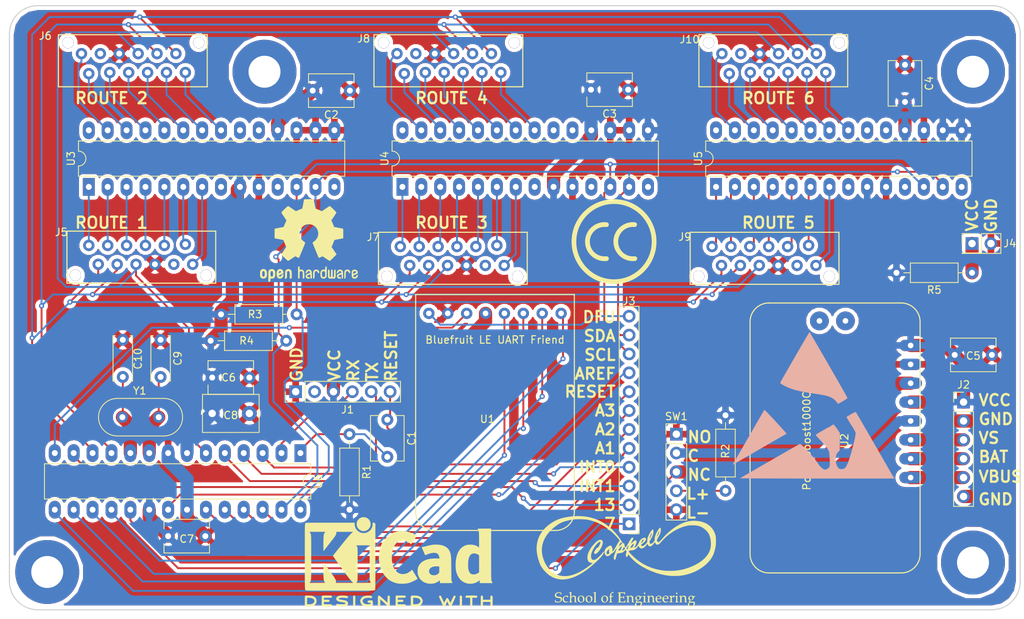
<source format=kicad_pcb>
(kicad_pcb (version 4) (host pcbnew 4.0.6)
  (title_block (title "Control Board") (date 2017-05-16) (rev 1) (company "Coppell School of Engineering"))
  (layers (0 F.Cu mixed) (31 B.Cu mixed) (34 B.Paste user) (35 F.Paste user) (36 B.SilkS user) (37 F.SilkS user) (38 B.Mask user) (39 F.Mask user) (44 Edge.Cuts user))
  (net 0 "")
  (net 1 /CKC)
  (net 2 /GND)
  (net 3 /CKA)
  (net 4 /CKB)
  (net 5 /VCC)
  (net 6 /SCL)
  (net 7 /SDA)
  (net 8 /controller.sch/RESET)
  (net 9 /RXI)
  (net 10 /TXO)
  (net 11 /CTS)
  (net 12 /MOD)
  (net 13 /RTS)
  (net 14 /RST)
  (net 15 /RX)
  (net 16 /TX)
  (net 17 /BLE_DFU)
  (net 18 /AREF)
  (net 19 /13)
  (net 20 /7)
  (net 21 /INT0)
  (net 22 /INT1)
  (net 23 "Net-(J5-Pad10)")
  (net 24 "Net-(J5-Pad12)")
  (net 25 "Net-(J6-Pad10)")
  (net 26 "Net-(J6-Pad12)")
  (net 27 "Net-(J7-Pad10)")
  (net 28 "Net-(J7-Pad12)")
  (net 29 "Net-(J8-Pad10)")
  (net 30 "Net-(J8-Pad12)")
  (net 31 "Net-(J9-Pad10)")
  (net 32 "Net-(J9-Pad12)")
  (net 33 "Net-(J5-Pad2)")
  (net 34 "Net-(J5-Pad4)")
  (net 35 "Net-(J5-Pad6)")
  (net 36 "Net-(J5-Pad8)")
  (net 37 "Net-(J6-Pad2)")
  (net 38 "Net-(J6-Pad4)")
  (net 39 "Net-(J6-Pad6)")
  (net 40 "Net-(J6-Pad8)")
  (net 41 "Net-(J7-Pad2)")
  (net 42 "Net-(J7-Pad4)")
  (net 43 "Net-(J7-Pad6)")
  (net 44 "Net-(J7-Pad8)")
  (net 45 "Net-(J8-Pad2)")
  (net 46 "Net-(J8-Pad4)")
  (net 47 "Net-(J8-Pad6)")
  (net 48 "Net-(J8-Pad8)")
  (net 49 "Net-(J9-Pad2)")
  (net 50 "Net-(J9-Pad4)")
  (net 51 "Net-(J9-Pad6)")
  (net 52 "Net-(J9-Pad8)")
  (net 53 "Net-(J5-Pad11)")
  (net 54 "Net-(J6-Pad11)")
  (net 55 "Net-(J7-Pad11)")
  (net 56 "Net-(J8-Pad11)")
  (net 57 "Net-(J9-Pad11)")
  (net 58 /G)
  (net 59 /VS)
  (net 60 /BAT)
  (net 61 /VBUS)
  (net 62 /A1)
  (net 63 /A2)
  (net 64 /A3)
  (net 65 /SW1_COM)
  (net 66 /A0)
  (net 67 "Net-(C9-Pad2)")
  (net 68 "Net-(C10-Pad2)")
  (net 69 "Net-(J4-Pad1)")
  (net 70 "Net-(J10-Pad11)")
  (net 71 "Net-(J10-Pad12)")
  (net 72 "Net-(J10-Pad10)")
  (net 73 "Net-(J10-Pad8)")
  (net 74 "Net-(J10-Pad6)")
  (net 75 "Net-(J10-Pad4)")
  (net 76 "Net-(J10-Pad2)")
  (net 77 "Net-(R2-Pad1)")
  (module Capacitors_THT:C_Disc_D6.0mm_W4.4mm_P5.00mm (layer F.Cu) (at 105.918 127.508 180)
    (fp_text reference C6 (at 2.794 0 180) (layer F.SilkS))
    (fp_text value C.1u)
    (pad 1 thru_hole circle (at 0 0 180) (size 1.6 1.6) (drill 0.8) (layers *.Cu *.Mask) (net 2 /GND))
    (pad 2 thru_hole circle (at 5 0 180) (size 1.6 1.6) (drill 0.8) (layers *.Cu *.Mask) (net 5 /VCC))
  )
  (module Symbols:KiCad-Logo2_12mm_SilkScreen (layer F.Cu) (at 125.984 152.278054)
    (fp_text reference REF*** hide)
    (fp_text value KiCad-Logo2_12mm_SilkScreen hide)
  )
  (module Resistors_THT:R_Axial_DIN0207_L6.3mm_D2.5mm_P10.16mm_Horizontal (layer F.Cu) (at 110.871 122.555 180)
    (fp_text reference R4 (at 5.334 0 180) (layer F.SilkS))
    (fp_text value R4K7)
    (pad 1 thru_hole circle (at 0 0 180) (size 1.6 1.6) (drill 0.8) (layers *.Cu *.Mask) (net 7 /SDA))
    (pad 2 thru_hole oval (at 10.16 0 180) (size 1.6 1.6) (drill 0.8) (layers *.Cu *.Mask) (net 5 /VCC))
  )
  (module Resistors_THT:R_Axial_DIN0207_L6.3mm_D2.5mm_P10.16mm_Horizontal (layer F.Cu) (at 169.926 142.748 90)
    (fp_text reference R2 (at 5.334 0 90) (layer F.SilkS))
    (fp_text value R220)
    (pad 1 thru_hole circle (at 0 0 90) (size 1.6 1.6) (drill 0.8) (layers *.Cu *.Mask) (net 77 "Net-(R2-Pad1)"))
    (pad 2 thru_hole oval (at 10.16 0 90) (size 1.6 1.6) (drill 0.8) (layers *.Cu *.Mask) (net 5 /VCC))
  )
  (module Resistors_THT:R_Axial_DIN0207_L6.3mm_D2.5mm_P10.16mm_Horizontal (layer F.Cu) (at 112.268 118.999 180)
    (fp_text reference R3 (at 5.588 0 180) (layer F.SilkS))
    (fp_text value R4K7)
    (pad 1 thru_hole circle (at 0 0 180) (size 1.6 1.6) (drill 0.8) (layers *.Cu *.Mask) (net 6 /SCL))
    (pad 2 thru_hole oval (at 10.16 0 180) (size 1.6 1.6) (drill 0.8) (layers *.Cu *.Mask) (net 5 /VCC))
  )
  (module Pin_Headers:Pin_Header_Straight_1x06_Pitch2.54mm (layer F.Cu) (at 201.93 130.81)
    (fp_text reference J2 (at 0 -2.33) (layer F.SilkS))
    (fp_text value CONN_01X06)
    (pad 1 thru_hole rect (at 0 0) (size 1.7 1.7) (drill 1) (layers *.Cu *.Mask) (net 5 /VCC))
    (pad 2 thru_hole oval (at 0 2.54) (size 1.7 1.7) (drill 1) (layers *.Cu *.Mask) (net 58 /G))
    (pad 3 thru_hole oval (at 0 5.08) (size 1.7 1.7) (drill 1) (layers *.Cu *.Mask) (net 59 /VS))
    (pad 4 thru_hole oval (at 0 7.62) (size 1.7 1.7) (drill 1) (layers *.Cu *.Mask) (net 60 /BAT))
    (pad 5 thru_hole oval (at 0 10.16) (size 1.7 1.7) (drill 1) (layers *.Cu *.Mask) (net 61 /VBUS))
    (pad 6 thru_hole oval (at 0 12.7) (size 1.7 1.7) (drill 1) (layers *.Cu *.Mask) (net 58 /G))
  )
  (module Pin_Headers:Pin_Header_Straight_1x06_Pitch2.54mm (layer F.Cu) (at 112.141 129.413 90)
    (fp_text reference J1 (at -2.413 6.985 180) (layer F.SilkS))
    (fp_text value CONN_01X06)
    (pad 1 thru_hole rect (at 0 0 90) (size 1.7 1.7) (drill 1) (layers *.Cu *.Mask) (net 2 /GND))
    (pad 2 thru_hole oval (at 0 2.54 90) (size 1.7 1.7) (drill 1) (layers *.Cu *.Mask))
    (pad 3 thru_hole oval (at 0 5.08 90) (size 1.7 1.7) (drill 1) (layers *.Cu *.Mask) (net 5 /VCC))
    (pad 4 thru_hole oval (at 0 7.62 90) (size 1.7 1.7) (drill 1) (layers *.Cu *.Mask) (net 15 /RX))
    (pad 5 thru_hole oval (at 0 10.16 90) (size 1.7 1.7) (drill 1) (layers *.Cu *.Mask) (net 16 /TX))
    (pad 6 thru_hole oval (at 0 12.7 90) (size 1.7 1.7) (drill 1) (layers *.Cu *.Mask) (net 14 /RST))
  )
  (module Extra-Parts:Blueferuit_LE_UART (layer F.Cu) (at 149.606 116.332 270)
    (fp_text reference U1 (at 16.764 11.684 540) (layer F.SilkS))
    (fp_text value Adafruit_Bluefruit_LE_UART_Friend)
    (pad 1 thru_hole circle (at 2.54 1.778 270) (size 1.524 1.524) (drill 0.762) (layers *.Cu *.Mask) (net 12 /MOD))
    (pad 2 thru_hole circle (at 2.54 4.318 270) (size 1.524 1.524) (drill 0.762) (layers *.Cu *.Mask) (net 11 /CTS))
    (pad 3 thru_hole circle (at 2.54 6.858 270) (size 1.524 1.524) (drill 0.762) (layers *.Cu *.Mask) (net 10 /TXO))
    (pad 4 thru_hole circle (at 2.54 9.398 270) (size 1.524 1.524) (drill 0.762) (layers *.Cu *.Mask) (net 9 /RXI))
    (pad 5 thru_hole circle (at 2.54 11.938 270) (size 1.524 1.524) (drill 0.762) (layers *.Cu *.Mask) (net 5 /VCC))
    (pad 6 thru_hole circle (at 2.54 14.478 270) (size 1.524 1.524) (drill 0.762) (layers *.Cu *.Mask) (net 13 /RTS))
    (pad 7 thru_hole circle (at 2.54 17.018 270) (size 1.524 1.524) (drill 0.762) (layers *.Cu *.Mask) (net 2 /GND))
    (pad 8 thru_hole circle (at 2.54 19.558 270) (size 1.524 1.524) (drill 0.762) (layers *.Cu *.Mask) (net 17 /BLE_DFU))
  )
  (module Symbols:ESD-Logo_22x20mm_SilkScreen (layer B.Cu) (at 181.737 131.191 180)
    (fp_text reference REF*** hide)
    (fp_text value ESD-Logo_22x20mm_SilkScreen hide)
  )
  (module "Extra-Parts:SOE Logo" (layer F.Cu) (at 156.464 152.146)
    (fp_text reference G*** hide)
    (fp_text value LOGO hide)
  )
  (module Extra-Parts:Picofit-12 (layer F.Cu) (at 174.752 110.998 90)
    (fp_text reference J9 (at 2.413 -10.287 180) (layer F.SilkS))
    (fp_text value CONN_02X06)
    (pad 11 thru_hole circle (at -1.42152 7.335596 180) (size 1.524 1.524) (drill 0.8) (layers *.Cu *.Mask) (net 57 "Net-(J9-Pad11)"))
    (pad 12 thru_hole circle (at 1.27 6.35 180) (size 1.524 1.524) (drill 0.8) (layers *.Cu *.Mask) (net 32 "Net-(J9-Pad12)"))
    (pad 9 thru_hole circle (at -1.42152 4.795596 180) (size 1.524 1.524) (drill 0.8) (layers *.Cu *.Mask))
    (pad 10 thru_hole circle (at 1.11848 3.525596 180) (size 1.524 1.524) (drill 0.8) (layers *.Cu *.Mask) (net 31 "Net-(J9-Pad10)"))
    (pad 7 thru_hole circle (at -1.42152 2.255596 180) (size 1.524 1.524) (drill 0.8) (layers *.Cu *.Mask) (net 2 /GND))
    (pad 8 thru_hole circle (at 1.11848 0.985596 180) (size 1.524 1.524) (drill 0.8) (layers *.Cu *.Mask) (net 52 "Net-(J9-Pad8)"))
    (pad 5 thru_hole circle (at -1.42152 -0.284404 180) (size 1.524 1.524) (drill 0.8) (layers *.Cu *.Mask) (net 3 /CKA))
    (pad 6 thru_hole circle (at 1.11848 -1.554404 180) (size 1.524 1.524) (drill 0.8) (layers *.Cu *.Mask) (net 51 "Net-(J9-Pad6)"))
    (pad 3 thru_hole circle (at -1.42152 -2.824404 180) (size 1.524 1.524) (drill 0.8) (layers *.Cu *.Mask) (net 4 /CKB))
    (pad 4 thru_hole circle (at 1.11848 -4.094404 180) (size 1.524 1.524) (drill 0.8) (layers *.Cu *.Mask) (net 50 "Net-(J9-Pad4)"))
    (pad 1 thru_hole circle (at -1.42152 -5.364404 180) (size 1.524 1.524) (drill 0.8) (layers *.Cu *.Mask) (net 1 /CKC))
    (pad 2 thru_hole circle (at 1.11848 -6.634404 180) (size 1.524 1.524) (drill 0.8) (layers *.Cu *.Mask) (net 49 "Net-(J9-Pad2)"))
    (pad "" np_thru_hole circle (at -2.90152 -8.434404 180) (size 1.524 1.524) (drill 1.5) (layers *.Cu *.Mask))
    (pad "" np_thru_hole circle (at -2.90152 9.135596 180) (size 1.524 1.524) (drill 1.5) (layers *.Cu *.Mask))
  )
  (module Extra-Parts:Picofit-12 (layer F.Cu) (at 90.962404 110.84648 90)
    (fp_text reference J5 (at 2.89648 -10.317404 180) (layer F.SilkS))
    (fp_text value CONN_02X06)
    (pad 11 thru_hole circle (at -1.42152 7.335596 180) (size 1.524 1.524) (drill 0.8) (layers *.Cu *.Mask) (net 53 "Net-(J5-Pad11)"))
    (pad 12 thru_hole circle (at 1.27 6.35 180) (size 1.524 1.524) (drill 0.8) (layers *.Cu *.Mask) (net 24 "Net-(J5-Pad12)"))
    (pad 9 thru_hole circle (at -1.42152 4.795596 180) (size 1.524 1.524) (drill 0.8) (layers *.Cu *.Mask))
    (pad 10 thru_hole circle (at 1.11848 3.525596 180) (size 1.524 1.524) (drill 0.8) (layers *.Cu *.Mask) (net 23 "Net-(J5-Pad10)"))
    (pad 7 thru_hole circle (at -1.42152 2.255596 180) (size 1.524 1.524) (drill 0.8) (layers *.Cu *.Mask) (net 2 /GND))
    (pad 8 thru_hole circle (at 1.11848 0.985596 180) (size 1.524 1.524) (drill 0.8) (layers *.Cu *.Mask) (net 36 "Net-(J5-Pad8)"))
    (pad 5 thru_hole circle (at -1.42152 -0.284404 180) (size 1.524 1.524) (drill 0.8) (layers *.Cu *.Mask) (net 3 /CKA))
    (pad 6 thru_hole circle (at 1.11848 -1.554404 180) (size 1.524 1.524) (drill 0.8) (layers *.Cu *.Mask) (net 35 "Net-(J5-Pad6)"))
    (pad 3 thru_hole circle (at -1.42152 -2.824404 180) (size 1.524 1.524) (drill 0.8) (layers *.Cu *.Mask) (net 4 /CKB))
    (pad 4 thru_hole circle (at 1.11848 -4.094404 180) (size 1.524 1.524) (drill 0.8) (layers *.Cu *.Mask) (net 34 "Net-(J5-Pad4)"))
    (pad 1 thru_hole circle (at -1.42152 -5.364404 180) (size 1.524 1.524) (drill 0.8) (layers *.Cu *.Mask) (net 1 /CKC))
    (pad 2 thru_hole circle (at 1.11848 -6.634404 180) (size 1.524 1.524) (drill 0.8) (layers *.Cu *.Mask) (net 33 "Net-(J5-Pad2)"))
    (pad "" np_thru_hole circle (at -2.90152 -8.434404 180) (size 1.524 1.524) (drill 1.5) (layers *.Cu *.Mask))
    (pad "" np_thru_hole circle (at -2.90152 9.135596 180) (size 1.524 1.524) (drill 1.5) (layers *.Cu *.Mask))
  )
  (module Extra-Parts:Picofit-12 (layer F.Cu) (at 176.784 85.344 270)
    (fp_text reference J10 (at -3.32652 11.684 360) (layer F.SilkS))
    (fp_text value CONN_02X06)
    (pad 11 thru_hole circle (at -1.42152 7.335596) (size 1.524 1.524) (drill 0.8) (layers *.Cu *.Mask) (net 70 "Net-(J10-Pad11)"))
    (pad 12 thru_hole circle (at 1.27 6.35) (size 1.524 1.524) (drill 0.8) (layers *.Cu *.Mask) (net 71 "Net-(J10-Pad12)"))
    (pad 9 thru_hole circle (at -1.42152 4.795596) (size 1.524 1.524) (drill 0.8) (layers *.Cu *.Mask))
    (pad 10 thru_hole circle (at 1.11848 3.525596) (size 1.524 1.524) (drill 0.8) (layers *.Cu *.Mask) (net 72 "Net-(J10-Pad10)"))
    (pad 7 thru_hole circle (at -1.42152 2.255596) (size 1.524 1.524) (drill 0.8) (layers *.Cu *.Mask) (net 2 /GND))
    (pad 8 thru_hole circle (at 1.11848 0.985596) (size 1.524 1.524) (drill 0.8) (layers *.Cu *.Mask) (net 73 "Net-(J10-Pad8)"))
    (pad 5 thru_hole circle (at -1.42152 -0.284404) (size 1.524 1.524) (drill 0.8) (layers *.Cu *.Mask) (net 3 /CKA))
    (pad 6 thru_hole circle (at 1.11848 -1.554404) (size 1.524 1.524) (drill 0.8) (layers *.Cu *.Mask) (net 74 "Net-(J10-Pad6)"))
    (pad 3 thru_hole circle (at -1.42152 -2.824404) (size 1.524 1.524) (drill 0.8) (layers *.Cu *.Mask) (net 4 /CKB))
    (pad 4 thru_hole circle (at 1.11848 -4.094404) (size 1.524 1.524) (drill 0.8) (layers *.Cu *.Mask) (net 75 "Net-(J10-Pad4)"))
    (pad 1 thru_hole circle (at -1.42152 -5.364404) (size 1.524 1.524) (drill 0.8) (layers *.Cu *.Mask) (net 1 /CKC))
    (pad 2 thru_hole circle (at 1.11848 -6.634404) (size 1.524 1.524) (drill 0.8) (layers *.Cu *.Mask) (net 76 "Net-(J10-Pad2)"))
    (pad "" np_thru_hole circle (at -2.90152 -8.434404) (size 1.524 1.524) (drill 1.5) (layers *.Cu *.Mask))
    (pad "" np_thru_hole circle (at -2.90152 9.135596) (size 1.524 1.524) (drill 1.5) (layers *.Cu *.Mask))
  )
  (module Pin_Headers:Pin_Header_Straight_1x05_Pitch2.54mm (layer F.Cu) (at 163.322 135.128)
    (fp_text reference SW1 (at 0 -2.39) (layer F.SilkS))
    (fp_text value SW_SPDT_LED)
    (pad 1 thru_hole rect (at 0 0) (size 1.7 1.7) (drill 1) (layers *.Cu *.Mask) (net 2 /GND))
    (pad 2 thru_hole oval (at 0 2.54) (size 1.7 1.7) (drill 1) (layers *.Cu *.Mask) (net 65 /SW1_COM))
    (pad 3 thru_hole oval (at 0 5.08) (size 1.7 1.7) (drill 1) (layers *.Cu *.Mask) (net 66 /A0))
    (pad 4 thru_hole oval (at 0 7.62) (size 1.7 1.7) (drill 1) (layers *.Cu *.Mask) (net 77 "Net-(R2-Pad1)"))
    (pad 5 thru_hole oval (at 0 10.16) (size 1.7 1.7) (drill 1) (layers *.Cu *.Mask) (net 2 /GND))
  )
  (module Crystals:Crystal_HC49-U_Vertical (layer F.Cu) (at 93.726 132.842 180)
    (fp_text reference Y1 (at 2.54 3.556 180) (layer F.SilkS))
    (fp_text value Crystal)
    (pad 1 thru_hole circle (at 0 0 180) (size 1.5 1.5) (drill 0.8) (layers *.Cu *.Mask) (net 67 "Net-(C9-Pad2)"))
    (pad 2 thru_hole circle (at 4.88 0 180) (size 1.5 1.5) (drill 0.8) (layers *.Cu *.Mask) (net 68 "Net-(C10-Pad2)"))
  )
  (module Capacitors_THT:C_Disc_D6.0mm_W2.5mm_P5.00mm (layer F.Cu) (at 93.98 122.428 270)
    (fp_text reference C9 (at 2.5 -2.31 270) (layer F.SilkS))
    (fp_text value C20p)
    (pad 1 thru_hole circle (at 0 0 270) (size 1.6 1.6) (drill 0.8) (layers *.Cu *.Mask) (net 2 /GND))
    (pad 2 thru_hole circle (at 5 0 270) (size 1.6 1.6) (drill 0.8) (layers *.Cu *.Mask) (net 67 "Net-(C9-Pad2)"))
  )
  (module Capacitors_THT:C_Disc_D6.0mm_W2.5mm_P5.00mm (layer F.Cu) (at 88.9 122.428 270)
    (fp_text reference C10 (at 2.54 -2.032 270) (layer F.SilkS))
    (fp_text value C20p)
    (pad 1 thru_hole circle (at 0 0 270) (size 1.6 1.6) (drill 0.8) (layers *.Cu *.Mask) (net 2 /GND))
    (pad 2 thru_hole circle (at 5 0 270) (size 1.6 1.6) (drill 0.8) (layers *.Cu *.Mask) (net 68 "Net-(C10-Pad2)"))
  )
  (module Mounting_Holes:MountingHole_4.3mm_M4_Pad (layer F.Cu) (at 107.95 86.36)
    (fp_text reference M4 hide)
    (fp_text value MountingHole_4.3mm_M4_Pad)
    (pad 1 thru_hole circle (at 0 0) (size 8.6 8.6) (drill 4.3) (layers *.Cu *.Mask))
  )
  (module Mounting_Holes:MountingHole_4.3mm_M4_Pad (layer F.Cu) (at 78.74 153.67)
    (fp_text reference M4 hide)
    (fp_text value MountingHole_4.3mm_M4_Pad)
    (pad 1 thru_hole circle (at 0 0) (size 8.6 8.6) (drill 4.3) (layers *.Cu *.Mask))
  )
  (module Mounting_Holes:MountingHole_4.3mm_M4_Pad (layer F.Cu) (at 203.2 152.4)
    (fp_text reference M4 hide)
    (fp_text value MountingHole_4.3mm_M4_Pad)
    (pad 1 thru_hole circle (at 0 0) (size 8.6 8.6) (drill 4.3) (layers *.Cu *.Mask))
  )
  (module Mounting_Holes:MountingHole_4.3mm_M4_Pad (layer F.Cu) (at 203.2 86.36)
    (fp_text reference M4 hide)
    (fp_text value MountingHole_4.3mm_M4_Pad)
    (pad 1 thru_hole circle (at 0 0) (size 8.6 8.6) (drill 4.3) (layers *.Cu *.Mask))
  )
  (module Symbols:OSHW-Logo2_14.6x12mm_SilkScreen (layer F.Cu) (at 113.919 109.064796)
    (fp_text reference REF*** hide)
    (fp_text value OSHW-Logo2_14.6x12mm_SilkScreen hide)
  )
  (module Extra-Parts:Picofit-12 (layer F.Cu) (at 90.678 85.344 270)
    (fp_text reference J6 (at -3.81 12.192 360) (layer F.SilkS))
    (fp_text value CONN_02X06)
    (pad 11 thru_hole circle (at -1.42152 7.335596) (size 1.524 1.524) (drill 0.8) (layers *.Cu *.Mask) (net 54 "Net-(J6-Pad11)"))
    (pad 12 thru_hole circle (at 1.27 6.35) (size 1.524 1.524) (drill 0.8) (layers *.Cu *.Mask) (net 26 "Net-(J6-Pad12)"))
    (pad 9 thru_hole circle (at -1.42152 4.795596) (size 1.524 1.524) (drill 0.8) (layers *.Cu *.Mask))
    (pad 10 thru_hole circle (at 1.11848 3.525596) (size 1.524 1.524) (drill 0.8) (layers *.Cu *.Mask) (net 25 "Net-(J6-Pad10)"))
    (pad 7 thru_hole circle (at -1.42152 2.255596) (size 1.524 1.524) (drill 0.8) (layers *.Cu *.Mask) (net 2 /GND))
    (pad 8 thru_hole circle (at 1.11848 0.985596) (size 1.524 1.524) (drill 0.8) (layers *.Cu *.Mask) (net 40 "Net-(J6-Pad8)"))
    (pad 5 thru_hole circle (at -1.42152 -0.284404) (size 1.524 1.524) (drill 0.8) (layers *.Cu *.Mask) (net 3 /CKA))
    (pad 6 thru_hole circle (at 1.11848 -1.554404) (size 1.524 1.524) (drill 0.8) (layers *.Cu *.Mask) (net 39 "Net-(J6-Pad6)"))
    (pad 3 thru_hole circle (at -1.42152 -2.824404) (size 1.524 1.524) (drill 0.8) (layers *.Cu *.Mask) (net 4 /CKB))
    (pad 4 thru_hole circle (at 1.11848 -4.094404) (size 1.524 1.524) (drill 0.8) (layers *.Cu *.Mask) (net 38 "Net-(J6-Pad4)"))
    (pad 1 thru_hole circle (at -1.42152 -5.364404) (size 1.524 1.524) (drill 0.8) (layers *.Cu *.Mask) (net 1 /CKC))
    (pad 2 thru_hole circle (at 1.11848 -6.634404) (size 1.524 1.524) (drill 0.8) (layers *.Cu *.Mask) (net 37 "Net-(J6-Pad2)"))
    (pad "" np_thru_hole circle (at -2.90152 -8.434404) (size 1.524 1.524) (drill 1.5) (layers *.Cu *.Mask))
    (pad "" np_thru_hole circle (at -2.90152 9.135596) (size 1.524 1.524) (drill 1.5) (layers *.Cu *.Mask))
  )
  (module Extra-Parts:Picofit-12 (layer F.Cu) (at 132.842 110.998 90)
    (fp_text reference J7 (at 2.38848 -10.287 180) (layer F.SilkS))
    (fp_text value CONN_02X06)
    (pad 11 thru_hole circle (at -1.42152 7.335596 180) (size 1.524 1.524) (drill 0.8) (layers *.Cu *.Mask) (net 55 "Net-(J7-Pad11)"))
    (pad 12 thru_hole circle (at 1.27 6.35 180) (size 1.524 1.524) (drill 0.8) (layers *.Cu *.Mask) (net 28 "Net-(J7-Pad12)"))
    (pad 9 thru_hole circle (at -1.42152 4.795596 180) (size 1.524 1.524) (drill 0.8) (layers *.Cu *.Mask))
    (pad 10 thru_hole circle (at 1.11848 3.525596 180) (size 1.524 1.524) (drill 0.8) (layers *.Cu *.Mask) (net 27 "Net-(J7-Pad10)"))
    (pad 7 thru_hole circle (at -1.42152 2.255596 180) (size 1.524 1.524) (drill 0.8) (layers *.Cu *.Mask) (net 2 /GND))
    (pad 8 thru_hole circle (at 1.11848 0.985596 180) (size 1.524 1.524) (drill 0.8) (layers *.Cu *.Mask) (net 44 "Net-(J7-Pad8)"))
    (pad 5 thru_hole circle (at -1.42152 -0.284404 180) (size 1.524 1.524) (drill 0.8) (layers *.Cu *.Mask) (net 3 /CKA))
    (pad 6 thru_hole circle (at 1.11848 -1.554404 180) (size 1.524 1.524) (drill 0.8) (layers *.Cu *.Mask) (net 43 "Net-(J7-Pad6)"))
    (pad 3 thru_hole circle (at -1.42152 -2.824404 180) (size 1.524 1.524) (drill 0.8) (layers *.Cu *.Mask) (net 4 /CKB))
    (pad 4 thru_hole circle (at 1.11848 -4.094404 180) (size 1.524 1.524) (drill 0.8) (layers *.Cu *.Mask) (net 42 "Net-(J7-Pad4)"))
    (pad 1 thru_hole circle (at -1.42152 -5.364404 180) (size 1.524 1.524) (drill 0.8) (layers *.Cu *.Mask) (net 1 /CKC))
    (pad 2 thru_hole circle (at 1.11848 -6.634404 180) (size 1.524 1.524) (drill 0.8) (layers *.Cu *.Mask) (net 41 "Net-(J7-Pad2)"))
    (pad "" np_thru_hole circle (at -2.90152 -8.434404 180) (size 1.524 1.524) (drill 1.5) (layers *.Cu *.Mask))
    (pad "" np_thru_hole circle (at -2.90152 9.135596 180) (size 1.524 1.524) (drill 1.5) (layers *.Cu *.Mask))
  )
  (module Extra-Parts:Picofit-12 (layer F.Cu) (at 133.096 85.344 270)
    (fp_text reference J8 (at -3.429 11.811 360) (layer F.SilkS))
    (fp_text value CONN_02X06)
    (pad 11 thru_hole circle (at -1.42152 7.335596) (size 1.524 1.524) (drill 0.8) (layers *.Cu *.Mask) (net 56 "Net-(J8-Pad11)"))
    (pad 12 thru_hole circle (at 1.27 6.35) (size 1.524 1.524) (drill 0.8) (layers *.Cu *.Mask) (net 30 "Net-(J8-Pad12)"))
    (pad 9 thru_hole circle (at -1.42152 4.795596) (size 1.524 1.524) (drill 0.8) (layers *.Cu *.Mask))
    (pad 10 thru_hole circle (at 1.11848 3.525596) (size 1.524 1.524) (drill 0.8) (layers *.Cu *.Mask) (net 29 "Net-(J8-Pad10)"))
    (pad 7 thru_hole circle (at -1.42152 2.255596) (size 1.524 1.524) (drill 0.8) (layers *.Cu *.Mask) (net 2 /GND))
    (pad 8 thru_hole circle (at 1.11848 0.985596) (size 1.524 1.524) (drill 0.8) (layers *.Cu *.Mask) (net 48 "Net-(J8-Pad8)"))
    (pad 5 thru_hole circle (at -1.42152 -0.284404) (size 1.524 1.524) (drill 0.8) (layers *.Cu *.Mask) (net 3 /CKA))
    (pad 6 thru_hole circle (at 1.11848 -1.554404) (size 1.524 1.524) (drill 0.8) (layers *.Cu *.Mask) (net 47 "Net-(J8-Pad6)"))
    (pad 3 thru_hole circle (at -1.42152 -2.824404) (size 1.524 1.524) (drill 0.8) (layers *.Cu *.Mask) (net 4 /CKB))
    (pad 4 thru_hole circle (at 1.11848 -4.094404) (size 1.524 1.524) (drill 0.8) (layers *.Cu *.Mask) (net 46 "Net-(J8-Pad4)"))
    (pad 1 thru_hole circle (at -1.42152 -5.364404) (size 1.524 1.524) (drill 0.8) (layers *.Cu *.Mask) (net 1 /CKC))
    (pad 2 thru_hole circle (at 1.11848 -6.634404) (size 1.524 1.524) (drill 0.8) (layers *.Cu *.Mask) (net 45 "Net-(J8-Pad2)"))
    (pad "" np_thru_hole circle (at -2.90152 -8.434404) (size 1.524 1.524) (drill 1.5) (layers *.Cu *.Mask))
    (pad "" np_thru_hole circle (at -2.90152 9.135596) (size 1.524 1.524) (drill 1.5) (layers *.Cu *.Mask))
  )
  (module Pin_Headers:Pin_Header_Straight_2x01_Pitch2.54mm (layer F.Cu) (at 203.073 109.474)
    (fp_text reference J4 (at 5.08 0) (layer F.SilkS))
    (fp_text value CONN_02X01)
    (pad 1 thru_hole rect (at 0 0) (size 1.7 1.7) (drill 1) (layers *.Cu *.Mask) (net 69 "Net-(J4-Pad1)"))
    (pad 2 thru_hole oval (at 2.54 0) (size 1.7 1.7) (drill 1) (layers *.Cu *.Mask) (net 2 /GND))
  )
  (module Pin_Headers:Pin_Header_Straight_1x12_Pitch2.54mm (layer F.Cu) (at 156.972 147.193 180)
    (fp_text reference J3 (at 0 29.972 180) (layer F.SilkS))
    (fp_text value CONN_01X12)
    (pad 1 thru_hole rect (at 0 0 180) (size 1.7 1.7) (drill 1) (layers *.Cu *.Mask) (net 19 /13))
    (pad 2 thru_hole oval (at 0 2.54 180) (size 1.7 1.7) (drill 1) (layers *.Cu *.Mask) (net 20 /7))
    (pad 3 thru_hole oval (at 0 5.08 180) (size 1.7 1.7) (drill 1) (layers *.Cu *.Mask) (net 22 /INT1))
    (pad 4 thru_hole oval (at 0 7.62 180) (size 1.7 1.7) (drill 1) (layers *.Cu *.Mask) (net 21 /INT0))
    (pad 5 thru_hole oval (at 0 10.16 180) (size 1.7 1.7) (drill 1) (layers *.Cu *.Mask) (net 62 /A1))
    (pad 6 thru_hole oval (at 0 12.7 180) (size 1.7 1.7) (drill 1) (layers *.Cu *.Mask) (net 63 /A2))
    (pad 7 thru_hole oval (at 0 15.24 180) (size 1.7 1.7) (drill 1) (layers *.Cu *.Mask) (net 64 /A3))
    (pad 8 thru_hole oval (at 0 17.78 180) (size 1.7 1.7) (drill 1) (layers *.Cu *.Mask) (net 14 /RST))
    (pad 9 thru_hole oval (at 0 20.32 180) (size 1.7 1.7) (drill 1) (layers *.Cu *.Mask) (net 18 /AREF))
    (pad 10 thru_hole oval (at 0 22.86 180) (size 1.7 1.7) (drill 1) (layers *.Cu *.Mask) (net 6 /SCL))
    (pad 11 thru_hole oval (at 0 25.4 180) (size 1.7 1.7) (drill 1) (layers *.Cu *.Mask) (net 7 /SDA))
    (pad 12 thru_hole oval (at 0 27.94 180) (size 1.7 1.7) (drill 1) (layers *.Cu *.Mask) (net 17 /BLE_DFU))
  )
  (module Housings_DIP:DIP-28_W7.62mm_LongPads (layer F.Cu) (at 84.328 101.854 90)
    (fp_text reference U3 (at 3.81 -2.39 90) (layer F.SilkS))
    (fp_text value MCP23017)
    (pad 1 thru_hole rect (at 0 0 90) (size 2.4 1.6) (drill 0.8) (layers *.Cu *.Mask) (net 33 "Net-(J5-Pad2)"))
    (pad 15 thru_hole oval (at 7.62 33.02 90) (size 2.4 1.6) (drill 0.8) (layers *.Cu *.Mask) (net 2 /GND))
    (pad 2 thru_hole oval (at 0 2.54 90) (size 2.4 1.6) (drill 0.8) (layers *.Cu *.Mask) (net 34 "Net-(J5-Pad4)"))
    (pad 16 thru_hole oval (at 7.62 30.48 90) (size 2.4 1.6) (drill 0.8) (layers *.Cu *.Mask) (net 2 /GND))
    (pad 3 thru_hole oval (at 0 5.08 90) (size 2.4 1.6) (drill 0.8) (layers *.Cu *.Mask) (net 35 "Net-(J5-Pad6)"))
    (pad 17 thru_hole oval (at 7.62 27.94 90) (size 2.4 1.6) (drill 0.8) (layers *.Cu *.Mask) (net 2 /GND))
    (pad 4 thru_hole oval (at 0 7.62 90) (size 2.4 1.6) (drill 0.8) (layers *.Cu *.Mask) (net 36 "Net-(J5-Pad8)"))
    (pad 18 thru_hole oval (at 7.62 25.4 90) (size 2.4 1.6) (drill 0.8) (layers *.Cu *.Mask) (net 5 /VCC))
    (pad 5 thru_hole oval (at 0 10.16 90) (size 2.4 1.6) (drill 0.8) (layers *.Cu *.Mask) (net 23 "Net-(J5-Pad10)"))
    (pad 19 thru_hole oval (at 7.62 22.86 90) (size 2.4 1.6) (drill 0.8) (layers *.Cu *.Mask))
    (pad 6 thru_hole oval (at 0 12.7 90) (size 2.4 1.6) (drill 0.8) (layers *.Cu *.Mask) (net 24 "Net-(J5-Pad12)"))
    (pad 20 thru_hole oval (at 7.62 20.32 90) (size 2.4 1.6) (drill 0.8) (layers *.Cu *.Mask))
    (pad 7 thru_hole oval (at 0 15.24 90) (size 2.4 1.6) (drill 0.8) (layers *.Cu *.Mask) (net 53 "Net-(J5-Pad11)"))
    (pad 21 thru_hole oval (at 7.62 17.78 90) (size 2.4 1.6) (drill 0.8) (layers *.Cu *.Mask) (net 37 "Net-(J6-Pad2)"))
    (pad 8 thru_hole oval (at 0 17.78 90) (size 2.4 1.6) (drill 0.8) (layers *.Cu *.Mask))
    (pad 22 thru_hole oval (at 7.62 15.24 90) (size 2.4 1.6) (drill 0.8) (layers *.Cu *.Mask) (net 38 "Net-(J6-Pad4)"))
    (pad 9 thru_hole oval (at 0 20.32 90) (size 2.4 1.6) (drill 0.8) (layers *.Cu *.Mask) (net 5 /VCC))
    (pad 23 thru_hole oval (at 7.62 12.7 90) (size 2.4 1.6) (drill 0.8) (layers *.Cu *.Mask) (net 39 "Net-(J6-Pad6)"))
    (pad 10 thru_hole oval (at 0 22.86 90) (size 2.4 1.6) (drill 0.8) (layers *.Cu *.Mask) (net 2 /GND))
    (pad 24 thru_hole oval (at 7.62 10.16 90) (size 2.4 1.6) (drill 0.8) (layers *.Cu *.Mask) (net 40 "Net-(J6-Pad8)"))
    (pad 11 thru_hole oval (at 0 25.4 90) (size 2.4 1.6) (drill 0.8) (layers *.Cu *.Mask))
    (pad 25 thru_hole oval (at 7.62 7.62 90) (size 2.4 1.6) (drill 0.8) (layers *.Cu *.Mask) (net 25 "Net-(J6-Pad10)"))
    (pad 12 thru_hole oval (at 0 27.94 90) (size 2.4 1.6) (drill 0.8) (layers *.Cu *.Mask) (net 6 /SCL))
    (pad 26 thru_hole oval (at 7.62 5.08 90) (size 2.4 1.6) (drill 0.8) (layers *.Cu *.Mask) (net 26 "Net-(J6-Pad12)"))
    (pad 13 thru_hole oval (at 0 30.48 90) (size 2.4 1.6) (drill 0.8) (layers *.Cu *.Mask) (net 7 /SDA))
    (pad 27 thru_hole oval (at 7.62 2.54 90) (size 2.4 1.6) (drill 0.8) (layers *.Cu *.Mask) (net 54 "Net-(J6-Pad11)"))
    (pad 14 thru_hole oval (at 0 33.02 90) (size 2.4 1.6) (drill 0.8) (layers *.Cu *.Mask))
    (pad 28 thru_hole oval (at 7.62 0 90) (size 2.4 1.6) (drill 0.8) (layers *.Cu *.Mask))
  )
  (module Housings_DIP:DIP-28_W7.62mm_LongPads (layer F.Cu) (at 126.492 101.854 90)
    (fp_text reference U4 (at 3.81 -2.39 90) (layer F.SilkS))
    (fp_text value MCP23017)
    (pad 1 thru_hole rect (at 0 0 90) (size 2.4 1.6) (drill 0.8) (layers *.Cu *.Mask) (net 41 "Net-(J7-Pad2)"))
    (pad 15 thru_hole oval (at 7.62 33.02 90) (size 2.4 1.6) (drill 0.8) (layers *.Cu *.Mask) (net 5 /VCC))
    (pad 2 thru_hole oval (at 0 2.54 90) (size 2.4 1.6) (drill 0.8) (layers *.Cu *.Mask) (net 42 "Net-(J7-Pad4)"))
    (pad 16 thru_hole oval (at 7.62 30.48 90) (size 2.4 1.6) (drill 0.8) (layers *.Cu *.Mask) (net 2 /GND))
    (pad 3 thru_hole oval (at 0 5.08 90) (size 2.4 1.6) (drill 0.8) (layers *.Cu *.Mask) (net 43 "Net-(J7-Pad6)"))
    (pad 17 thru_hole oval (at 7.62 27.94 90) (size 2.4 1.6) (drill 0.8) (layers *.Cu *.Mask) (net 2 /GND))
    (pad 4 thru_hole oval (at 0 7.62 90) (size 2.4 1.6) (drill 0.8) (layers *.Cu *.Mask) (net 44 "Net-(J7-Pad8)"))
    (pad 18 thru_hole oval (at 7.62 25.4 90) (size 2.4 1.6) (drill 0.8) (layers *.Cu *.Mask) (net 5 /VCC))
    (pad 5 thru_hole oval (at 0 10.16 90) (size 2.4 1.6) (drill 0.8) (layers *.Cu *.Mask) (net 27 "Net-(J7-Pad10)"))
    (pad 19 thru_hole oval (at 7.62 22.86 90) (size 2.4 1.6) (drill 0.8) (layers *.Cu *.Mask))
    (pad 6 thru_hole oval (at 0 12.7 90) (size 2.4 1.6) (drill 0.8) (layers *.Cu *.Mask) (net 28 "Net-(J7-Pad12)"))
    (pad 20 thru_hole oval (at 7.62 20.32 90) (size 2.4 1.6) (drill 0.8) (layers *.Cu *.Mask))
    (pad 7 thru_hole oval (at 0 15.24 90) (size 2.4 1.6) (drill 0.8) (layers *.Cu *.Mask) (net 55 "Net-(J7-Pad11)"))
    (pad 21 thru_hole oval (at 7.62 17.78 90) (size 2.4 1.6) (drill 0.8) (layers *.Cu *.Mask) (net 45 "Net-(J8-Pad2)"))
    (pad 8 thru_hole oval (at 0 17.78 90) (size 2.4 1.6) (drill 0.8) (layers *.Cu *.Mask))
    (pad 22 thru_hole oval (at 7.62 15.24 90) (size 2.4 1.6) (drill 0.8) (layers *.Cu *.Mask) (net 46 "Net-(J8-Pad4)"))
    (pad 9 thru_hole oval (at 0 20.32 90) (size 2.4 1.6) (drill 0.8) (layers *.Cu *.Mask) (net 5 /VCC))
    (pad 23 thru_hole oval (at 7.62 12.7 90) (size 2.4 1.6) (drill 0.8) (layers *.Cu *.Mask) (net 47 "Net-(J8-Pad6)"))
    (pad 10 thru_hole oval (at 0 22.86 90) (size 2.4 1.6) (drill 0.8) (layers *.Cu *.Mask) (net 2 /GND))
    (pad 24 thru_hole oval (at 7.62 10.16 90) (size 2.4 1.6) (drill 0.8) (layers *.Cu *.Mask) (net 48 "Net-(J8-Pad8)"))
    (pad 11 thru_hole oval (at 0 25.4 90) (size 2.4 1.6) (drill 0.8) (layers *.Cu *.Mask))
    (pad 25 thru_hole oval (at 7.62 7.62 90) (size 2.4 1.6) (drill 0.8) (layers *.Cu *.Mask) (net 29 "Net-(J8-Pad10)"))
    (pad 12 thru_hole oval (at 0 27.94 90) (size 2.4 1.6) (drill 0.8) (layers *.Cu *.Mask) (net 6 /SCL))
    (pad 26 thru_hole oval (at 7.62 5.08 90) (size 2.4 1.6) (drill 0.8) (layers *.Cu *.Mask) (net 30 "Net-(J8-Pad12)"))
    (pad 13 thru_hole oval (at 0 30.48 90) (size 2.4 1.6) (drill 0.8) (layers *.Cu *.Mask) (net 7 /SDA))
    (pad 27 thru_hole oval (at 7.62 2.54 90) (size 2.4 1.6) (drill 0.8) (layers *.Cu *.Mask) (net 56 "Net-(J8-Pad11)"))
    (pad 14 thru_hole oval (at 0 33.02 90) (size 2.4 1.6) (drill 0.8) (layers *.Cu *.Mask))
    (pad 28 thru_hole oval (at 7.62 0 90) (size 2.4 1.6) (drill 0.8) (layers *.Cu *.Mask))
  )
  (module Housings_DIP:DIP-28_W7.62mm_LongPads (layer F.Cu) (at 168.656 101.854 90)
    (fp_text reference U5 (at 3.81 -2.39 90) (layer F.SilkS))
    (fp_text value MCP23017)
    (pad 1 thru_hole rect (at 0 0 90) (size 2.4 1.6) (drill 0.8) (layers *.Cu *.Mask) (net 49 "Net-(J9-Pad2)"))
    (pad 15 thru_hole oval (at 7.62 33.02 90) (size 2.4 1.6) (drill 0.8) (layers *.Cu *.Mask) (net 5 /VCC))
    (pad 2 thru_hole oval (at 0 2.54 90) (size 2.4 1.6) (drill 0.8) (layers *.Cu *.Mask) (net 50 "Net-(J9-Pad4)"))
    (pad 16 thru_hole oval (at 7.62 30.48 90) (size 2.4 1.6) (drill 0.8) (layers *.Cu *.Mask) (net 5 /VCC))
    (pad 3 thru_hole oval (at 0 5.08 90) (size 2.4 1.6) (drill 0.8) (layers *.Cu *.Mask) (net 51 "Net-(J9-Pad6)"))
    (pad 17 thru_hole oval (at 7.62 27.94 90) (size 2.4 1.6) (drill 0.8) (layers *.Cu *.Mask) (net 2 /GND))
    (pad 4 thru_hole oval (at 0 7.62 90) (size 2.4 1.6) (drill 0.8) (layers *.Cu *.Mask) (net 52 "Net-(J9-Pad8)"))
    (pad 18 thru_hole oval (at 7.62 25.4 90) (size 2.4 1.6) (drill 0.8) (layers *.Cu *.Mask) (net 5 /VCC))
    (pad 5 thru_hole oval (at 0 10.16 90) (size 2.4 1.6) (drill 0.8) (layers *.Cu *.Mask) (net 31 "Net-(J9-Pad10)"))
    (pad 19 thru_hole oval (at 7.62 22.86 90) (size 2.4 1.6) (drill 0.8) (layers *.Cu *.Mask))
    (pad 6 thru_hole oval (at 0 12.7 90) (size 2.4 1.6) (drill 0.8) (layers *.Cu *.Mask) (net 32 "Net-(J9-Pad12)"))
    (pad 20 thru_hole oval (at 7.62 20.32 90) (size 2.4 1.6) (drill 0.8) (layers *.Cu *.Mask))
    (pad 7 thru_hole oval (at 0 15.24 90) (size 2.4 1.6) (drill 0.8) (layers *.Cu *.Mask) (net 57 "Net-(J9-Pad11)"))
    (pad 21 thru_hole oval (at 7.62 17.78 90) (size 2.4 1.6) (drill 0.8) (layers *.Cu *.Mask) (net 76 "Net-(J10-Pad2)"))
    (pad 8 thru_hole oval (at 0 17.78 90) (size 2.4 1.6) (drill 0.8) (layers *.Cu *.Mask))
    (pad 22 thru_hole oval (at 7.62 15.24 90) (size 2.4 1.6) (drill 0.8) (layers *.Cu *.Mask) (net 75 "Net-(J10-Pad4)"))
    (pad 9 thru_hole oval (at 0 20.32 90) (size 2.4 1.6) (drill 0.8) (layers *.Cu *.Mask) (net 5 /VCC))
    (pad 23 thru_hole oval (at 7.62 12.7 90) (size 2.4 1.6) (drill 0.8) (layers *.Cu *.Mask) (net 74 "Net-(J10-Pad6)"))
    (pad 10 thru_hole oval (at 0 22.86 90) (size 2.4 1.6) (drill 0.8) (layers *.Cu *.Mask) (net 2 /GND))
    (pad 24 thru_hole oval (at 7.62 10.16 90) (size 2.4 1.6) (drill 0.8) (layers *.Cu *.Mask) (net 73 "Net-(J10-Pad8)"))
    (pad 11 thru_hole oval (at 0 25.4 90) (size 2.4 1.6) (drill 0.8) (layers *.Cu *.Mask))
    (pad 25 thru_hole oval (at 7.62 7.62 90) (size 2.4 1.6) (drill 0.8) (layers *.Cu *.Mask) (net 72 "Net-(J10-Pad10)"))
    (pad 12 thru_hole oval (at 0 27.94 90) (size 2.4 1.6) (drill 0.8) (layers *.Cu *.Mask) (net 6 /SCL))
    (pad 26 thru_hole oval (at 7.62 5.08 90) (size 2.4 1.6) (drill 0.8) (layers *.Cu *.Mask) (net 71 "Net-(J10-Pad12)"))
    (pad 13 thru_hole oval (at 0 30.48 90) (size 2.4 1.6) (drill 0.8) (layers *.Cu *.Mask) (net 7 /SDA))
    (pad 27 thru_hole oval (at 7.62 2.54 90) (size 2.4 1.6) (drill 0.8) (layers *.Cu *.Mask) (net 70 "Net-(J10-Pad11)"))
    (pad 14 thru_hole oval (at 0 33.02 90) (size 2.4 1.6) (drill 0.8) (layers *.Cu *.Mask))
    (pad 28 thru_hole oval (at 7.62 0 90) (size 2.4 1.6) (drill 0.8) (layers *.Cu *.Mask))
  )
  (module Housings_DIP:DIP-28_W7.62mm_LongPads (layer F.Cu) (at 112.776 137.668 270)
    (fp_text reference U6 (at 3.81 -2.39 270) (layer F.SilkS))
    (fp_text value ATMEGA328P-PU)
    (pad 1 thru_hole rect (at 0 0 270) (size 2.4 1.6) (drill 0.8) (layers *.Cu *.Mask) (net 8 /controller.sch/RESET))
    (pad 15 thru_hole oval (at 7.62 33.02 270) (size 2.4 1.6) (drill 0.8) (layers *.Cu *.Mask) (net 9 /RXI))
    (pad 2 thru_hole oval (at 0 2.54 270) (size 2.4 1.6) (drill 0.8) (layers *.Cu *.Mask) (net 15 /RX))
    (pad 16 thru_hole oval (at 7.62 30.48 270) (size 2.4 1.6) (drill 0.8) (layers *.Cu *.Mask) (net 10 /TXO))
    (pad 3 thru_hole oval (at 0 5.08 270) (size 2.4 1.6) (drill 0.8) (layers *.Cu *.Mask) (net 16 /TX))
    (pad 17 thru_hole oval (at 7.62 27.94 270) (size 2.4 1.6) (drill 0.8) (layers *.Cu *.Mask) (net 11 /CTS))
    (pad 4 thru_hole oval (at 0 7.62 270) (size 2.4 1.6) (drill 0.8) (layers *.Cu *.Mask) (net 21 /INT0))
    (pad 18 thru_hole oval (at 7.62 25.4 270) (size 2.4 1.6) (drill 0.8) (layers *.Cu *.Mask) (net 12 /MOD))
    (pad 5 thru_hole oval (at 0 10.16 270) (size 2.4 1.6) (drill 0.8) (layers *.Cu *.Mask) (net 22 /INT1))
    (pad 19 thru_hole oval (at 7.62 22.86 270) (size 2.4 1.6) (drill 0.8) (layers *.Cu *.Mask) (net 19 /13))
    (pad 6 thru_hole oval (at 0 12.7 270) (size 2.4 1.6) (drill 0.8) (layers *.Cu *.Mask) (net 3 /CKA))
    (pad 20 thru_hole oval (at 7.62 20.32 270) (size 2.4 1.6) (drill 0.8) (layers *.Cu *.Mask) (net 5 /VCC))
    (pad 7 thru_hole oval (at 0 15.24 270) (size 2.4 1.6) (drill 0.8) (layers *.Cu *.Mask) (net 5 /VCC))
    (pad 21 thru_hole oval (at 7.62 17.78 270) (size 2.4 1.6) (drill 0.8) (layers *.Cu *.Mask) (net 18 /AREF))
    (pad 8 thru_hole oval (at 0 17.78 270) (size 2.4 1.6) (drill 0.8) (layers *.Cu *.Mask) (net 2 /GND))
    (pad 22 thru_hole oval (at 7.62 15.24 270) (size 2.4 1.6) (drill 0.8) (layers *.Cu *.Mask) (net 2 /GND))
    (pad 9 thru_hole oval (at 0 20.32 270) (size 2.4 1.6) (drill 0.8) (layers *.Cu *.Mask) (net 67 "Net-(C9-Pad2)"))
    (pad 23 thru_hole oval (at 7.62 12.7 270) (size 2.4 1.6) (drill 0.8) (layers *.Cu *.Mask) (net 66 /A0))
    (pad 10 thru_hole oval (at 0 22.86 270) (size 2.4 1.6) (drill 0.8) (layers *.Cu *.Mask) (net 68 "Net-(C10-Pad2)"))
    (pad 24 thru_hole oval (at 7.62 10.16 270) (size 2.4 1.6) (drill 0.8) (layers *.Cu *.Mask) (net 62 /A1))
    (pad 11 thru_hole oval (at 0 25.4 270) (size 2.4 1.6) (drill 0.8) (layers *.Cu *.Mask) (net 4 /CKB))
    (pad 25 thru_hole oval (at 7.62 7.62 270) (size 2.4 1.6) (drill 0.8) (layers *.Cu *.Mask) (net 63 /A2))
    (pad 12 thru_hole oval (at 0 27.94 270) (size 2.4 1.6) (drill 0.8) (layers *.Cu *.Mask) (net 1 /CKC))
    (pad 26 thru_hole oval (at 7.62 5.08 270) (size 2.4 1.6) (drill 0.8) (layers *.Cu *.Mask) (net 64 /A3))
    (pad 13 thru_hole oval (at 0 30.48 270) (size 2.4 1.6) (drill 0.8) (layers *.Cu *.Mask) (net 20 /7))
    (pad 27 thru_hole oval (at 7.62 2.54 270) (size 2.4 1.6) (drill 0.8) (layers *.Cu *.Mask) (net 7 /SDA))
    (pad 14 thru_hole oval (at 0 33.02 270) (size 2.4 1.6) (drill 0.8) (layers *.Cu *.Mask) (net 13 /RTS))
    (pad 28 thru_hole oval (at 7.62 0 270) (size 2.4 1.6) (drill 0.8) (layers *.Cu *.Mask) (net 6 /SCL))
  )
  (module Extra-Parts:Powerboost1000c (layer F.Cu) (at 173.228 153.797 90)
    (fp_text reference U2 (at 17.78 12.7 90) (layer F.SilkS))
    (fp_text value Powerboost1000C (at 17.78 7.62 90) (layer F.SilkS))
    (pad 1 thru_hole oval (at 12.827 21.59 90) (size 1.524 3.048) (drill 0.762) (layers *.Cu *.Mask) (net 61 /VBUS))
    (pad 2 thru_hole oval (at 15.367 21.59 90) (size 1.524 3.048) (drill 0.762) (layers *.Cu *.Mask) (net 60 /BAT))
    (pad 3 thru_hole oval (at 17.907 21.59 90) (size 1.524 3.048) (drill 0.762) (layers *.Cu *.Mask) (net 59 /VS))
    (pad 4 thru_hole oval (at 20.447 21.59 90) (size 1.524 3.048) (drill 0.762) (layers *.Cu *.Mask) (net 65 /SW1_COM))
    (pad 5 thru_hole oval (at 22.987 21.59 90) (size 1.524 3.048) (drill 0.762) (layers *.Cu *.Mask) (net 58 /G))
    (pad 6 thru_hole oval (at 25.527 21.59 90) (size 1.524 3.048) (drill 0.762) (layers *.Cu *.Mask) (net 66 /A0))
    (pad 7 thru_hole oval (at 28.067 21.59 90) (size 1.524 3.048) (drill 0.762) (layers *.Cu *.Mask) (net 2 /GND))
    (pad 8 thru_hole oval (at 30.607 21.59 90) (size 1.524 3.048) (drill 0.762) (layers *.Cu *.Mask) (net 5 /VCC))
    (pad 9 thru_hole circle (at 33.909 12.827 90) (size 2.54 2.54) (drill 0.762) (layers *.Cu *.Mask))
    (pad 10 thru_hole circle (at 33.909 9.327 90) (size 2.54 2.54) (drill 0.762) (layers *.Cu *.Mask))
  )
  (module Capacitors_THT:C_Disc_D6.0mm_W4.4mm_P5.00mm (layer F.Cu) (at 200.74 124.46)
    (fp_text reference C5 (at 2.5 0.127) (layer F.SilkS))
    (fp_text value C10u)
    (pad 1 thru_hole circle (at 0 0) (size 1.6 1.6) (drill 0.8) (layers *.Cu *.Mask) (net 5 /VCC))
    (pad 2 thru_hole circle (at 5 0) (size 1.6 1.6) (drill 0.8) (layers *.Cu *.Mask) (net 2 /GND))
  )
  (module Capacitors_THT:C_Disc_D6.0mm_W4.4mm_P5.00mm (layer F.Cu) (at 119.427 88.9 180)
    (fp_text reference C2 (at 2.5 -3.26 180) (layer F.SilkS))
    (fp_text value C.1u)
    (pad 1 thru_hole circle (at 0 0 180) (size 1.6 1.6) (drill 0.8) (layers *.Cu *.Mask) (net 2 /GND))
    (pad 2 thru_hole circle (at 5 0 180) (size 1.6 1.6) (drill 0.8) (layers *.Cu *.Mask) (net 5 /VCC))
  )
  (module Capacitors_THT:C_Disc_D6.0mm_W4.4mm_P5.00mm (layer F.Cu) (at 156.845 88.773 180)
    (fp_text reference C3 (at 2.5 -3.26 180) (layer F.SilkS))
    (fp_text value C.1u)
    (pad 1 thru_hole circle (at 0 0 180) (size 1.6 1.6) (drill 0.8) (layers *.Cu *.Mask) (net 2 /GND))
    (pad 2 thru_hole circle (at 5 0 180) (size 1.6 1.6) (drill 0.8) (layers *.Cu *.Mask) (net 5 /VCC))
  )
  (module Capacitors_THT:C_Disc_D6.0mm_W4.4mm_P5.00mm (layer F.Cu) (at 194.056 85.424 270)
    (fp_text reference C4 (at 2.5 -3.26 270) (layer F.SilkS))
    (fp_text value C.1u)
    (pad 1 thru_hole circle (at 0 0 270) (size 1.6 1.6) (drill 0.8) (layers *.Cu *.Mask) (net 2 /GND))
    (pad 2 thru_hole circle (at 5 0 270) (size 1.6 1.6) (drill 0.8) (layers *.Cu *.Mask) (net 5 /VCC))
  )
  (module Capacitors_THT:C_Disc_D6.0mm_W4.4mm_P5.00mm (layer F.Cu) (at 94.996 148.844)
    (fp_text reference C7 (at 2.5 0.381) (layer F.SilkS))
    (fp_text value C.1u)
    (pad 1 thru_hole circle (at 0 0) (size 1.6 1.6) (drill 0.8) (layers *.Cu *.Mask) (net 5 /VCC))
    (pad 2 thru_hole circle (at 5 0) (size 1.6 1.6) (drill 0.8) (layers *.Cu *.Mask) (net 2 /GND))
  )
  (module Capacitors_THT:C_Disc_D7.5mm_W5.0mm_P5.00mm (layer F.Cu) (at 105.918 132.334 180)
    (fp_text reference C8 (at 2.5 -0.254 180) (layer F.SilkS))
    (fp_text value C4.7u)
    (pad 1 thru_hole circle (at 0 0 180) (size 2 2) (drill 1) (layers *.Cu *.Mask) (net 2 /GND))
    (pad 2 thru_hole circle (at 5 0 180) (size 2 2) (drill 1) (layers *.Cu *.Mask) (net 5 /VCC))
  )
  (module Resistors_THT:R_Axial_DIN0207_L6.3mm_D2.5mm_P10.16mm_Horizontal (layer F.Cu) (at 119.38 135.128 270)
    (fp_text reference R1 (at 5.08 -2.31 270) (layer F.SilkS))
    (fp_text value R4.7K)
    (pad 1 thru_hole circle (at 0 0 270) (size 1.6 1.6) (drill 0.8) (layers *.Cu *.Mask) (net 8 /controller.sch/RESET))
    (pad 2 thru_hole oval (at 10.16 0 270) (size 1.6 1.6) (drill 0.8) (layers *.Cu *.Mask) (net 5 /VCC))
  )
  (module Capacitors_THT:C_Disc_D6.0mm_W4.4mm_P5.00mm (layer F.Cu) (at 124.46 133.176 270)
    (fp_text reference C1 (at 2.5 -3.26 270) (layer F.SilkS))
    (fp_text value C.1uF)
    (pad 1 thru_hole circle (at 0 0 270) (size 1.6 1.6) (drill 0.8) (layers *.Cu *.Mask) (net 14 /RST))
    (pad 2 thru_hole circle (at 5 0 270) (size 1.6 1.6) (drill 0.8) (layers *.Cu *.Mask) (net 8 /controller.sch/RESET))
  )
  (module Resistors_THT:R_Axial_DIN0207_L6.3mm_D2.5mm_P10.16mm_Horizontal (layer F.Cu) (at 203.073 113.411 180)
    (fp_text reference R5 (at 5.08 -2.31 180) (layer F.SilkS))
    (fp_text value R)
    (pad 1 thru_hole circle (at 0 0 180) (size 1.6 1.6) (drill 0.8) (layers *.Cu *.Mask) (net 69 "Net-(J4-Pad1)"))
    (pad 2 thru_hole oval (at 10.16 0 180) (size 1.6 1.6) (drill 0.8) (layers *.Cu *.Mask) (net 5 /VCC))
  )
  (module Extra-Parts:Symbol_CreativeCommons_SilkScreenTop_Type2_Big (layer F.Cu) (at 154.94 109.22)
    (fp_text reference REF** hide)
    (fp_text value Symbol_CreativeCommons_SilkScreenTop_Type2_Big)
  )
  (gr_text L+ (at 166.243 143.129) (layer F.SilkS) (effects (font (size 1.5 1.5) (thickness 0.3))))
  (gr_text "Bluefruit LE UART Friend" (at 138.938 122.428) (layer F.SilkS) (effects (font (size 1 1))))
  (gr_text GND (at 206.248 143.891) (layer F.SilkS) (effects (font (size 1.5 1.5) (thickness 0.3))))
  (gr_text BAT (at 205.954429 138.176) (layer F.SilkS) (effects (font (size 1.5 1.5) (thickness 0.3))))
  (gr_text GND (at 205.613 105.664 90) (layer F.SilkS) (effects (font (size 1.5 1.5) (thickness 0.3))))
  (gr_text VCC (at 203.073 105.664 90) (layer F.SilkS) (effects (font (size 1.5 1.5) (thickness 0.3))))
  (gr_text "ROUTE 6" (at 177.038 89.916) (layer F.SilkS) (effects (font (size 1.5 1.5) (thickness 0.3))))
  (gr_text "ROUTE 5" (at 177.038 106.68) (layer F.SilkS) (effects (font (size 1.5 1.5) (thickness 0.3))))
  (gr_text "ROUTE 4" (at 133.096 89.916) (layer F.SilkS) (effects (font (size 1.5 1.5) (thickness 0.3))))
  (gr_text "ROUTE 3" (at 133.096 106.68) (layer F.SilkS) (effects (font (size 1.5 1.5) (thickness 0.3))))
  (gr_text "ROUTE 2" (at 87.376 89.916) (layer F.SilkS) (effects (font (size 1.5 1.5) (thickness 0.3))))
  (gr_text "ROUTE 1" (at 87.376 106.68) (layer F.SilkS) (effects (font (size 1.5 1.5) (thickness 0.3))))
  (gr_text 7 (at 154.4 147.193) (layer F.SilkS) (effects (font (size 1.5 1.5) (thickness 0.3))))
  (gr_text 13 (at 153.685715 144.653) (layer F.SilkS) (effects (font (size 1.5 1.5) (thickness 0.3))))
  (gr_text INT1 (at 152.685714 142.113) (layer F.SilkS) (effects (font (size 1.5 1.5) (thickness 0.3))))
  (gr_text INT0 (at 152.685714 139.573) (layer F.SilkS) (effects (font (size 1.5 1.5) (thickness 0.3))))
  (gr_text A1 (at 153.757143 137.033) (layer F.SilkS) (effects (font (size 1.5 1.5) (thickness 0.3))))
  (gr_text A2 (at 153.757143 134.493) (layer F.SilkS) (effects (font (size 1.5 1.5) (thickness 0.3))))
  (gr_text A3 (at 153.757143 131.953) (layer F.SilkS) (effects (font (size 1.5 1.5) (thickness 0.3))))
  (gr_text RESET (at 151.721429 129.413) (layer F.SilkS) (effects (font (size 1.5 1.5) (thickness 0.3))))
  (gr_text SDA (at 153.007143 121.92) (layer F.SilkS) (effects (font (size 1.5 1.5) (thickness 0.3))))
  (gr_text SCL (at 153.042857 124.46) (layer F.SilkS) (effects (font (size 1.5 1.5) (thickness 0.3))))
  (gr_text DFU (at 152.935714 119.38) (layer F.SilkS) (effects (font (size 1.5 1.5) (thickness 0.3))))
  (gr_text AREF (at 152.4 127) (layer F.SilkS) (effects (font (size 1.5 1.5) (thickness 0.3))))
  (gr_text NO (at 166.437572 135.509) (layer F.SilkS) (effects (font (size 1.5 1.5) (thickness 0.3))))
  (gr_text NC (at 166.401857 140.589) (layer F.SilkS) (effects (font (size 1.5 1.5) (thickness 0.3))))
  (gr_text L- (at 166.243 145.669) (layer F.SilkS) (effects (font (size 1.5 1.5) (thickness 0.3))))
  (gr_text C (at 165.608 138.049) (layer F.SilkS) (effects (font (size 1.5 1.5) (thickness 0.3))))
  (gr_text RESET (at 124.968 124.622857 90) (layer F.SilkS) (effects (font (size 1.5 1.5) (thickness 0.3))))
  (gr_text TX (at 122.428 126.73 90) (layer F.SilkS) (effects (font (size 1.5 1.5) (thickness 0.3))))
  (gr_text RX (at 119.888 126.551429 90) (layer F.SilkS) (effects (font (size 1.5 1.5) (thickness 0.3))))
  (gr_text VCC (at 117.348 125.872857 90) (layer F.SilkS) (effects (font (size 1.5 1.5) (thickness 0.3))))
  (gr_text GND (at 112.268 125.73 90) (layer F.SilkS) (effects (font (size 1.5 1.5) (thickness 0.3))))
  (gr_text VBUS (at 206.883 140.843) (layer F.SilkS) (effects (font (size 1.5 1.5) (thickness 0.3))))
  (gr_text VS (at 205.347286 135.636) (layer F.SilkS) (effects (font (size 1.5 1.5) (thickness 0.3))))
  (gr_text GND (at 206.275858 133.096) (layer F.SilkS) (effects (font (size 1.5 1.5) (thickness 0.3))))
  (gr_text VCC (at 206.133 130.556) (layer F.SilkS) (effects (font (size 1.5 1.5) (thickness 0.3))))
  (gr_arc (start 205.74 81.28) (end 205.74 77.47) (angle 90) (layer Edge.Cuts) (width 0.15))
  (gr_arc (start 205.74 154.94) (end 209.55 154.94) (angle 90) (layer Edge.Cuts) (width 0.15))
  (gr_arc (start 77.47 154.94) (end 77.47 158.75) (angle 90) (layer Edge.Cuts) (width 0.15))
  (gr_arc (start 77.47 81.28) (end 73.66 81.28) (angle 90) (layer Edge.Cuts) (width 0.15))
  (gr_line (start 73.66 154.94) (end 73.66 81.28) (angle 90) (layer Edge.Cuts) (width 0.15))
  (gr_line (start 205.74 158.75) (end 77.47 158.75) (angle 90) (layer Edge.Cuts) (width 0.15))
  (gr_line (start 209.55 81.28) (end 209.55 154.94) (angle 90) (layer Edge.Cuts) (width 0.15))
  (gr_line (start 77.47 77.47) (end 205.74 77.47) (angle 90) (layer Edge.Cuts) (width 0.15))
  (segment (start 76.708 121.689067) (end 76.708 122.174) (width 0.254) (layer B.Cu) (net 1))
  (segment (start 76.708 81.3562) (end 76.708 121.689067) (width 0.254) (layer B.Cu) (net 1))
  (segment (start 76.96201 122.174) (end 76.708 122.174) (width 0.254) (layer B.Cu) (net 1))
  (segment (start 91.186 78.994) (end 79.0702 78.994) (width 0.254) (layer B.Cu) (net 1))
  (segment (start 81.78801 117.348) (end 76.96201 122.174) (width 0.254) (layer B.Cu) (net 1))
  (segment (start 76.708 129.14) (end 76.708 122.658933) (width 0.254) (layer F.Cu) (net 1))
  (segment (start 76.708 122.658933) (end 76.708 122.174) (width 0.254) (layer F.Cu) (net 1))
  (segment (start 84.836 137.268) (end 76.708 129.14) (width 0.254) (layer F.Cu) (net 1))
  (segment (start 79.0702 78.994) (end 76.708 81.3562) (width 0.254) (layer B.Cu) (net 1))
  (segment (start 84.836 137.668) (end 84.836 137.268) (width 0.254) (layer F.Cu) (net 1))
  (via (at 76.708 122.174) (size 0.6858) (drill 0.3302) (layers F.Cu B.Cu) (net 1))
  (segment (start 124.040899 117.005101) (end 123.698 117.348) (width 0.254) (layer F.Cu) (net 1))
  (segment (start 127.477596 113.568404) (end 124.040899 117.005101) (width 0.254) (layer F.Cu) (net 1))
  (segment (start 165.608 117.348) (end 123.698 117.348) (width 0.254) (layer B.Cu) (net 1))
  (segment (start 81.78801 117.348) (end 123.698 117.348) (width 0.254) (layer B.Cu) (net 1))
  (segment (start 127.477596 112.41952) (end 127.477596 113.568404) (width 0.254) (layer F.Cu) (net 1))
  (via (at 123.698 117.348) (size 0.6858) (drill 0.3302) (layers F.Cu B.Cu) (net 1))
  (segment (start 85.598 113.53801) (end 82.130909 117.005101) (width 0.254) (layer F.Cu) (net 1))
  (segment (start 85.598 112.268) (end 85.598 113.53801) (width 0.254) (layer F.Cu) (net 1))
  (segment (start 82.130909 117.005101) (end 81.78801 117.348) (width 0.254) (layer F.Cu) (net 1))
  (via (at 81.78801 117.348) (size 0.6858) (drill 0.3302) (layers F.Cu B.Cu) (net 1))
  (segment (start 133.604 79.066076) (end 133.604 78.994) (width 0.254) (layer F.Cu) (net 1))
  (segment (start 177.219924 78.994) (end 134.088933 78.994) (width 0.254) (layer B.Cu) (net 1))
  (segment (start 134.088933 78.994) (end 133.604 78.994) (width 0.254) (layer B.Cu) (net 1))
  (segment (start 182.148404 83.92248) (end 177.219924 78.994) (width 0.254) (layer B.Cu) (net 1))
  (segment (start 91.186 78.994) (end 133.604 78.994) (width 0.254) (layer B.Cu) (net 1))
  (segment (start 138.460404 83.92248) (end 133.604 79.066076) (width 0.254) (layer F.Cu) (net 1))
  (via (at 133.604 78.994) (size 0.6858) (drill 0.3302) (layers F.Cu B.Cu) (net 1))
  (segment (start 91.186 79.066076) (end 91.186 78.994) (width 0.254) (layer F.Cu) (net 1))
  (segment (start 96.042404 83.92248) (end 91.186 79.066076) (width 0.254) (layer F.Cu) (net 1))
  (via (at 91.186 78.994) (size 0.6858) (drill 0.3302) (layers F.Cu B.Cu) (net 1))
  (segment (start 169.387596 112.41952) (end 169.387596 113.568404) (width 0.254) (layer F.Cu) (net 1))
  (segment (start 169.387596 113.568404) (end 165.608 117.348) (width 0.254) (layer F.Cu) (net 1))
  (via (at 165.608 117.348) (size 0.6858) (drill 0.3302) (layers F.Cu B.Cu) (net 1))
  (segment (start 99.996 148.844) (end 97.536 146.384) (width 1.778) (layer F.Cu) (net 2))
  (segment (start 97.536 146.384) (end 97.536 145.288) (width 1.778) (layer F.Cu) (net 2))
  (segment (start 97.536 145.288) (end 97.536 141.175041) (width 1.778) (layer B.Cu) (net 2))
  (segment (start 97.536 141.175041) (end 94.996 138.635041) (width 1.778) (layer B.Cu) (net 2))
  (segment (start 94.996 138.635041) (end 94.996 137.668) (width 1.778) (layer B.Cu) (net 2))
  (segment (start 100.076 137.668) (end 97.79 135.382) (width 0.254) (layer F.Cu) (net 3))
  (segment (start 97.79 135.382) (end 97.79 120.904) (width 0.254) (layer F.Cu) (net 3))
  (segment (start 97.79 120.904) (end 90.678 113.792) (width 0.254) (layer F.Cu) (net 3))
  (segment (start 90.678 113.792) (end 90.678 112.268) (width 0.254) (layer F.Cu) (net 3))
  (segment (start 132.557596 112.41952) (end 132.08 112.897116) (width 0.254) (layer B.Cu) (net 3))
  (segment (start 132.08 112.897116) (end 132.08 113.03) (width 0.254) (layer B.Cu) (net 3))
  (segment (start 132.08 113.03) (end 129.794 115.316) (width 0.254) (layer B.Cu) (net 3))
  (segment (start 90.678 115.316) (end 129.794 115.316) (width 0.254) (layer B.Cu) (net 3))
  (segment (start 129.794 115.316) (end 132.588 115.316) (width 0.254) (layer B.Cu) (net 3))
  (segment (start 90.678 112.268) (end 90.678 113.03) (width 0.254) (layer B.Cu) (net 3))
  (segment (start 90.678 113.03) (end 88.392 115.316) (width 0.254) (layer B.Cu) (net 3))
  (segment (start 81.28 115.316) (end 88.392 115.316) (width 0.254) (layer B.Cu) (net 3))
  (segment (start 88.392 115.316) (end 90.678 115.316) (width 0.254) (layer B.Cu) (net 3))
  (segment (start 133.35 81.045479) (end 130.556 81.045479) (width 0.254) (layer B.Cu) (net 3))
  (segment (start 130.556 81.045479) (end 90.932 81.045479) (width 0.254) (layer B.Cu) (net 3))
  (segment (start 133.380404 83.92248) (end 130.556 81.098076) (width 0.254) (layer B.Cu) (net 3))
  (segment (start 130.556 81.098076) (end 130.556 81.045479) (width 0.254) (layer B.Cu) (net 3))
  (segment (start 90.962404 83.92248) (end 90.962404 83.850404) (width 0.254) (layer B.Cu) (net 3))
  (segment (start 90.962404 83.850404) (end 88.157479 81.045479) (width 0.254) (layer B.Cu) (net 3))
  (segment (start 88.157479 81.045479) (end 88.138 81.045479) (width 0.254) (layer B.Cu) (net 3))
  (segment (start 90.932 81.045479) (end 88.138 81.045479) (width 0.254) (layer B.Cu) (net 3))
  (segment (start 88.138 81.045479) (end 80.871843 81.045479) (width 0.254) (layer B.Cu) (net 3))
  (segment (start 174.191403 81.045479) (end 133.35 81.045479) (width 0.254) (layer B.Cu) (net 3))
  (segment (start 132.588 115.316) (end 171.571116 115.316) (width 0.254) (layer B.Cu) (net 3))
  (segment (start 132.557596 115.285596) (end 132.588 115.316) (width 0.254) (layer B.Cu) (net 3))
  (segment (start 177.068404 83.92248) (end 174.191403 81.045479) (width 0.254) (layer B.Cu) (net 3))
  (segment (start 80.145403 81.771919) (end 80.145403 114.181403) (width 0.254) (layer B.Cu) (net 3))
  (segment (start 80.871843 81.045479) (end 80.145403 81.771919) (width 0.254) (layer B.Cu) (net 3))
  (segment (start 80.145403 114.181403) (end 81.28 115.316) (width 0.254) (layer B.Cu) (net 3))
  (segment (start 171.571116 115.316) (end 174.467596 112.41952) (width 0.254) (layer B.Cu) (net 3))
  (segment (start 87.376 137.668) (end 87.376 137.268) (width 0.254) (layer F.Cu) (net 4))
  (segment (start 87.376 137.268) (end 77.978 127.87) (width 0.254) (layer F.Cu) (net 4))
  (segment (start 77.978 127.87) (end 77.978 118.340933) (width 0.254) (layer F.Cu) (net 4))
  (segment (start 77.978 118.340933) (end 77.978 117.856) (width 0.254) (layer F.Cu) (net 4))
  (segment (start 77.978 82.042) (end 77.978 117.371067) (width 0.254) (layer B.Cu) (net 4))
  (segment (start 78.320899 117.513101) (end 77.978 117.856) (width 0.254) (layer B.Cu) (net 4))
  (segment (start 89.662 80.01) (end 80.01 80.01) (width 0.254) (layer B.Cu) (net 4))
  (segment (start 77.978 117.371067) (end 77.978 117.856) (width 0.254) (layer B.Cu) (net 4))
  (segment (start 79.502 116.332) (end 78.320899 117.513101) (width 0.254) (layer B.Cu) (net 4))
  (segment (start 80.01 80.01) (end 77.978 82.042) (width 0.254) (layer B.Cu) (net 4))
  (via (at 77.978 117.856) (size 0.6858) (drill 0.3302) (layers F.Cu B.Cu) (net 4))
  (segment (start 84.836 116.332) (end 79.502 116.332) (width 0.254) (layer B.Cu) (net 4))
  (segment (start 130.017596 112.41952) (end 130.017596 113.253596) (width 0.254) (layer F.Cu) (net 4))
  (segment (start 130.017596 113.253596) (end 130.048 113.284) (width 0.254) (layer F.Cu) (net 4))
  (segment (start 130.048 113.284) (end 127 116.332) (width 0.254) (layer F.Cu) (net 4))
  (segment (start 168.148 116.332) (end 127 116.332) (width 0.254) (layer B.Cu) (net 4))
  (segment (start 84.836 116.332) (end 127 116.332) (width 0.254) (layer B.Cu) (net 4))
  (via (at 127 116.332) (size 0.6858) (drill 0.3302) (layers F.Cu B.Cu) (net 4))
  (segment (start 88.138 112.268) (end 88.138 113.03) (width 0.254) (layer F.Cu) (net 4))
  (segment (start 88.138 113.03) (end 84.836 116.332) (width 0.254) (layer F.Cu) (net 4))
  (via (at 84.836 116.332) (size 0.6858) (drill 0.3302) (layers F.Cu B.Cu) (net 4))
  (segment (start 132.08 80.082076) (end 132.08 80.01) (width 0.254) (layer F.Cu) (net 4))
  (segment (start 175.695924 80.01) (end 132.564933 80.01) (width 0.254) (layer B.Cu) (net 4))
  (segment (start 132.564933 80.01) (end 132.08 80.01) (width 0.254) (layer B.Cu) (net 4))
  (segment (start 179.608404 83.92248) (end 175.695924 80.01) (width 0.254) (layer B.Cu) (net 4))
  (segment (start 135.920404 83.92248) (end 132.08 80.082076) (width 0.254) (layer F.Cu) (net 4))
  (segment (start 89.662 80.01) (end 132.08 80.01) (width 0.254) (layer B.Cu) (net 4))
  (via (at 132.08 80.01) (size 0.6858) (drill 0.3302) (layers F.Cu B.Cu) (net 4))
  (segment (start 89.662 80.082076) (end 89.662 80.01) (width 0.254) (layer F.Cu) (net 4))
  (segment (start 93.502404 83.92248) (end 89.662 80.082076) (width 0.254) (layer F.Cu) (net 4))
  (via (at 89.662 80.01) (size 0.6858) (drill 0.3302) (layers F.Cu B.Cu) (net 4))
  (segment (start 168.148 116.199116) (end 168.148 116.332) (width 0.254) (layer F.Cu) (net 4))
  (segment (start 171.927596 112.41952) (end 168.148 116.199116) (width 0.254) (layer F.Cu) (net 4))
  (via (at 168.148 116.332) (size 0.6858) (drill 0.3302) (layers F.Cu B.Cu) (net 4))
  (segment (start 130.017596 112.491596) (end 130.017596 112.41952) (width 0.254) (layer F.Cu) (net 4))
  (segment (start 94.996 148.844) (end 92.456 146.304) (width 1.778) (layer F.Cu) (net 5))
  (segment (start 92.456 146.304) (end 92.456 145.288) (width 1.778) (layer F.Cu) (net 5))
  (segment (start 200.74 124.46) (end 201.93 125.65) (width 1.778) (layer F.Cu) (net 5))
  (segment (start 201.93 125.65) (end 201.93 125.73) (width 1.778) (layer F.Cu) (net 5))
  (segment (start 194.818 123.19) (end 199.47 123.19) (width 1.778) (layer F.Cu) (net 5))
  (segment (start 199.47 123.19) (end 200.74 124.46) (width 1.778) (layer F.Cu) (net 5))
  (segment (start 201.93 125.73) (end 201.93 130.81) (width 1.778) (layer F.Cu) (net 5))
  (segment (start 146.812 101.854) (end 146.812 100.281041) (width 1.778) (layer F.Cu) (net 5))
  (segment (start 146.812 100.281041) (end 151.54901 95.544031) (width 1.778) (layer F.Cu) (net 5))
  (segment (start 151.54901 95.544031) (end 151.54901 95.33899) (width 1.778) (layer F.Cu) (net 5))
  (segment (start 151.54901 95.33899) (end 151.892 94.996) (width 1.778) (layer F.Cu) (net 5))
  (segment (start 151.892 94.996) (end 151.892 94.234) (width 1.778) (layer F.Cu) (net 5))
  (segment (start 194.056 90.424) (end 194.056 94.234) (width 1.778) (layer F.Cu) (net 5))
  (segment (start 114.427 88.9) (end 113.627001 89.699999) (width 1.778) (layer F.Cu) (net 5))
  (segment (start 113.627001 89.699999) (end 113.29496 89.699999) (width 1.778) (layer F.Cu) (net 5))
  (segment (start 113.29496 89.699999) (end 109.728 93.266959) (width 1.778) (layer F.Cu) (net 5))
  (segment (start 109.728 93.266959) (end 109.728 94.234) (width 1.778) (layer F.Cu) (net 5))
  (segment (start 102.108 118.999) (end 102.108 121.158) (width 1.778) (layer F.Cu) (net 5))
  (segment (start 102.108 121.158) (end 100.711 122.555) (width 1.778) (layer F.Cu) (net 5))
  (segment (start 100.918 127.508) (end 100.918 132.334) (width 1.778) (layer B.Cu) (net 5))
  (segment (start 100.918 132.334) (end 97.536 135.716) (width 1.778) (layer B.Cu) (net 5))
  (segment (start 97.536 135.716) (end 97.536 137.668) (width 1.778) (layer B.Cu) (net 5))
  (segment (start 151.845 88.773) (end 151.845 94.187) (width 1.778) (layer B.Cu) (net 5))
  (segment (start 151.845 94.187) (end 151.892 94.234) (width 1.778) (layer B.Cu) (net 5))
  (segment (start 104.648 101.854) (end 104.30501 102.19699) (width 1.778) (layer F.Cu) (net 5))
  (segment (start 104.30501 102.19699) (end 104.30501 103.164031) (width 1.778) (layer F.Cu) (net 5))
  (segment (start 104.30501 103.164031) (end 103.632 103.837041) (width 1.778) (layer F.Cu) (net 5))
  (segment (start 103.632 103.837041) (end 103.632 117.094) (width 1.778) (layer F.Cu) (net 5))
  (segment (start 103.632 117.094) (end 102.108 118.618) (width 1.778) (layer F.Cu) (net 5))
  (segment (start 137.668 118.872) (end 137.668 119.94963) (width 1.778) (layer F.Cu) (net 5))
  (segment (start 137.668 119.94963) (end 131.12563 126.492) (width 1.778) (layer F.Cu) (net 5))
  (segment (start 131.12563 126.492) (end 118.939919 126.492) (width 1.778) (layer F.Cu) (net 5))
  (segment (start 118.939919 126.492) (end 117.221 128.210919) (width 1.778) (layer F.Cu) (net 5))
  (segment (start 117.221 128.210919) (end 117.221 129.413) (width 1.778) (layer F.Cu) (net 5))
  (segment (start 194.017908 99.275908) (end 193.548 98.806) (width 0.254) (layer B.Cu) (net 6))
  (segment (start 193.548 98.806) (end 154.686 98.806) (width 0.254) (layer B.Cu) (net 6))
  (segment (start 154.686 98.806) (end 154.431988 98.806) (width 0.254) (layer B.Cu) (net 6))
  (segment (start 116.586 140.024) (end 112.776 143.834) (width 0.254) (layer B.Cu) (net 6))
  (segment (start 116.586 136.701002) (end 116.586 140.024) (width 0.254) (layer B.Cu) (net 6))
  (segment (start 113.067999 119.544999) (end 113.067999 125.642999) (width 0.254) (layer B.Cu) (net 6))
  (segment (start 110.655999 130.771001) (end 116.586 136.701002) (width 0.254) (layer B.Cu) (net 6))
  (segment (start 112.776 143.834) (end 112.776 145.288) (width 0.254) (layer B.Cu) (net 6))
  (segment (start 110.655999 128.054999) (end 110.655999 130.771001) (width 0.254) (layer B.Cu) (net 6))
  (segment (start 112.268 118.745) (end 113.067999 119.544999) (width 0.254) (layer B.Cu) (net 6))
  (segment (start 113.067999 125.642999) (end 110.655999 128.054999) (width 0.254) (layer B.Cu) (net 6))
  (segment (start 112.268 118.745) (end 112.268 101.854) (width 0.254) (layer F.Cu) (net 6))
  (segment (start 154.432 98.806) (end 114.916 98.806) (width 0.254) (layer B.Cu) (net 6))
  (segment (start 114.916 98.806) (end 112.268 101.454) (width 0.254) (layer B.Cu) (net 6))
  (segment (start 112.268 101.454) (end 112.268 101.854) (width 0.254) (layer B.Cu) (net 6))
  (segment (start 154.432 98.806012) (end 154.431988 98.806) (width 0.254) (layer F.Cu) (net 6))
  (segment (start 154.432 101.854) (end 154.432 98.806012) (width 0.254) (layer F.Cu) (net 6))
  (via (at 154.431988 98.806) (size 0.6858) (drill 0.3302) (layers F.Cu B.Cu) (net 6))
  (segment (start 154.432 101.854) (end 153.632001 102.653999) (width 0.254) (layer F.Cu) (net 6))
  (segment (start 153.632001 102.653999) (end 153.632001 120.993001) (width 0.254) (layer F.Cu) (net 6))
  (segment (start 153.632001 120.993001) (end 156.972 124.333) (width 0.254) (layer F.Cu) (net 6))
  (segment (start 195.795999 101.054001) (end 194.055998 99.314) (width 0.254) (layer B.Cu) (net 6))
  (segment (start 196.596 101.854) (end 195.795999 101.054001) (width 0.254) (layer B.Cu) (net 6))
  (segment (start 199.136 101.854) (end 199.136 101.454) (width 0.254) (layer F.Cu) (net 7))
  (segment (start 199.136 101.454) (end 197.504 99.822) (width 0.254) (layer F.Cu) (net 7))
  (segment (start 197.504 99.822) (end 193.548 99.822) (width 0.254) (layer F.Cu) (net 7))
  (segment (start 193.548 99.822) (end 193.04 99.822) (width 0.254) (layer F.Cu) (net 7))
  (segment (start 177.292 99.822) (end 192.555067 99.822) (width 0.254) (layer B.Cu) (net 7))
  (segment (start 192.555067 99.822) (end 193.04 99.822) (width 0.254) (layer B.Cu) (net 7))
  (segment (start 155.956 99.822) (end 177.292 99.822) (width 0.254) (layer B.Cu) (net 7))
  (via (at 193.04 99.822) (size 0.6858) (drill 0.3302) (layers F.Cu B.Cu) (net 7))
  (segment (start 110.871 122.555) (end 109.855 121.539) (width 0.254) (layer F.Cu) (net 7))
  (segment (start 109.855 121.539) (end 109.855 111.633) (width 0.254) (layer F.Cu) (net 7))
  (segment (start 109.855 111.633) (end 109.474 111.252) (width 0.254) (layer F.Cu) (net 7))
  (segment (start 114.808 105.918) (end 109.816899 110.909101) (width 0.254) (layer B.Cu) (net 7))
  (segment (start 109.816899 110.909101) (end 109.474 111.252) (width 0.254) (layer B.Cu) (net 7))
  (segment (start 114.808 101.854) (end 114.808 105.918) (width 0.254) (layer B.Cu) (net 7))
  (via (at 109.474 111.252) (size 0.6858) (drill 0.3302) (layers F.Cu B.Cu) (net 7))
  (segment (start 109.131001 124.294999) (end 109.131001 130.721001) (width 0.254) (layer B.Cu) (net 7))
  (segment (start 110.871 122.555) (end 109.131001 124.294999) (width 0.254) (layer B.Cu) (net 7))
  (segment (start 110.236 145.288) (end 115.062 140.462) (width 0.254) (layer B.Cu) (net 7))
  (segment (start 115.062 140.462) (end 115.062 136.652) (width 0.254) (layer B.Cu) (net 7))
  (segment (start 115.062 136.652) (end 109.131001 130.721001) (width 0.254) (layer B.Cu) (net 7))
  (segment (start 155.956 99.822) (end 116.44 99.822) (width 0.254) (layer B.Cu) (net 7))
  (segment (start 116.44 99.822) (end 114.808 101.454) (width 0.254) (layer B.Cu) (net 7))
  (segment (start 114.808 101.454) (end 114.808 101.854) (width 0.254) (layer B.Cu) (net 7))
  (segment (start 156.972 101.854) (end 156.972 99.822) (width 0.254) (layer B.Cu) (net 7))
  (segment (start 156.972 99.822) (end 155.956 99.822) (width 0.254) (layer B.Cu) (net 7))
  (segment (start 156.972 121.793) (end 155.769919 121.793) (width 0.254) (layer F.Cu) (net 7))
  (segment (start 155.486999 121.51008) (end 155.486999 103.339001) (width 0.254) (layer F.Cu) (net 7))
  (segment (start 155.769919 121.793) (end 155.486999 121.51008) (width 0.254) (layer F.Cu) (net 7))
  (segment (start 155.486999 103.339001) (end 156.972 101.854) (width 0.254) (layer F.Cu) (net 7))
  (segment (start 123.952 137.668) (end 124.46 138.176) (width 0.254) (layer B.Cu) (net 8))
  (segment (start 119.38 135.128) (end 121.412 135.128) (width 0.254) (layer B.Cu) (net 8))
  (segment (start 121.412 135.128) (end 123.952 137.668) (width 0.254) (layer B.Cu) (net 8))
  (segment (start 119.38 135.128) (end 114.916 135.128) (width 0.254) (layer F.Cu) (net 8))
  (segment (start 114.916 135.128) (end 112.776 137.268) (width 0.254) (layer F.Cu) (net 8))
  (segment (start 112.776 137.268) (end 112.776 137.668) (width 0.254) (layer F.Cu) (net 8))
  (segment (start 139.865101 138.302989) (end 140.208 137.96009) (width 0.254) (layer B.Cu) (net 9))
  (segment (start 121.95809 156.21) (end 139.865101 138.302989) (width 0.254) (layer B.Cu) (net 9))
  (segment (start 90.278 156.21) (end 121.95809 156.21) (width 0.254) (layer B.Cu) (net 9))
  (segment (start 79.756 145.688) (end 90.278 156.21) (width 0.254) (layer B.Cu) (net 9))
  (segment (start 79.756 145.288) (end 79.756 145.688) (width 0.254) (layer B.Cu) (net 9))
  (segment (start 140.208 118.872) (end 140.208 137.96009) (width 0.254) (layer F.Cu) (net 9))
  (via (at 140.208 137.96009) (size 0.6858) (drill 0.3302) (layers F.Cu B.Cu) (net 9))
  (segment (start 82.296 145.288) (end 82.296 145.688) (width 0.254) (layer B.Cu) (net 10))
  (segment (start 82.296 145.688) (end 91.548 154.94) (width 0.254) (layer B.Cu) (net 10))
  (segment (start 121.689075 154.94) (end 142.263075 134.366) (width 0.254) (layer B.Cu) (net 10))
  (segment (start 91.548 154.94) (end 121.689075 154.94) (width 0.254) (layer B.Cu) (net 10))
  (segment (start 142.263075 134.366) (end 142.748008 134.366) (width 0.254) (layer B.Cu) (net 10))
  (segment (start 142.748 118.872) (end 142.748 134.365992) (width 0.254) (layer F.Cu) (net 10))
  (segment (start 142.748 134.365992) (end 142.748008 134.366) (width 0.254) (layer F.Cu) (net 10))
  (via (at 142.748008 134.366) (size 0.6858) (drill 0.3302) (layers F.Cu B.Cu) (net 10))
  (segment (start 84.836 145.288) (end 84.836 145.688) (width 0.254) (layer B.Cu) (net 11))
  (segment (start 121.412 153.924) (end 144.945101 130.390899) (width 0.254) (layer B.Cu) (net 11))
  (segment (start 84.836 145.688) (end 93.072 153.924) (width 0.254) (layer B.Cu) (net 11))
  (segment (start 93.072 153.924) (end 121.412 153.924) (width 0.254) (layer B.Cu) (net 11))
  (segment (start 144.945101 130.390899) (end 145.288 130.048) (width 0.254) (layer B.Cu) (net 11))
  (segment (start 145.288 118.872) (end 145.288 130.048) (width 0.254) (layer F.Cu) (net 11))
  (via (at 145.288 130.048) (size 0.6858) (drill 0.3302) (layers F.Cu B.Cu) (net 11))
  (segment (start 87.376 145.288) (end 87.376 145.688) (width 0.254) (layer B.Cu) (net 12))
  (segment (start 87.376 145.688) (end 93.834 152.146) (width 0.254) (layer B.Cu) (net 12))
  (segment (start 120.904 152.146) (end 147.739101 125.310899) (width 0.254) (layer B.Cu) (net 12))
  (segment (start 93.834 152.146) (end 120.904 152.146) (width 0.254) (layer B.Cu) (net 12))
  (segment (start 147.739101 125.310899) (end 148.082 124.968) (width 0.254) (layer B.Cu) (net 12))
  (segment (start 148.082 124.968) (end 148.082 119.126) (width 0.254) (layer F.Cu) (net 12))
  (segment (start 148.082 119.126) (end 147.828 118.872) (width 0.254) (layer F.Cu) (net 12))
  (via (at 148.082 124.968) (size 0.6858) (drill 0.3302) (layers F.Cu B.Cu) (net 12))
  (segment (start 110.805157 120.793656) (end 111.29009 120.793656) (width 0.254) (layer B.Cu) (net 13))
  (segment (start 79.756 133.858) (end 92.820344 120.793656) (width 0.254) (layer B.Cu) (net 13))
  (segment (start 92.820344 120.793656) (end 110.805157 120.793656) (width 0.254) (layer B.Cu) (net 13))
  (segment (start 79.756 137.668) (end 79.756 133.858) (width 0.254) (layer B.Cu) (net 13))
  (via (at 111.29009 120.793656) (size 0.6858) (drill 0.3302) (layers F.Cu B.Cu) (net 13))
  (segment (start 135.128 118.872) (end 133.206344 120.793656) (width 0.254) (layer F.Cu) (net 13))
  (segment (start 111.775023 120.793656) (end 111.29009 120.793656) (width 0.254) (layer F.Cu) (net 13))
  (segment (start 133.206344 120.793656) (end 111.775023 120.793656) (width 0.254) (layer F.Cu) (net 13))
  (segment (start 156.972 129.413) (end 147.193 139.192) (width 0.254) (layer F.Cu) (net 14))
  (segment (start 147.193 139.192) (end 129.40137 139.192) (width 0.254) (layer F.Cu) (net 14))
  (segment (start 129.40137 139.192) (end 124.46 134.25063) (width 0.254) (layer F.Cu) (net 14))
  (segment (start 124.46 134.25063) (end 124.46 133.176) (width 0.254) (layer F.Cu) (net 14))
  (segment (start 124.841 129.413) (end 124.841 132.795) (width 0.254) (layer F.Cu) (net 14))
  (segment (start 124.841 132.795) (end 124.46 133.176) (width 0.254) (layer F.Cu) (net 14))
  (segment (start 124.46 129.794) (end 124.841 129.413) (width 0.254) (layer B.Cu) (net 14))
  (segment (start 119.761 129.413) (end 117.348 131.826) (width 0.254) (layer F.Cu) (net 15))
  (segment (start 117.348 131.826) (end 114.808 131.826) (width 0.254) (layer F.Cu) (net 15))
  (segment (start 114.808 131.826) (end 110.236 136.398) (width 0.254) (layer F.Cu) (net 15))
  (segment (start 110.236 136.398) (end 110.236 137.668) (width 0.254) (layer F.Cu) (net 15))
  (segment (start 122.301 129.413) (end 122.936 130.048) (width 0.254) (layer F.Cu) (net 16))
  (segment (start 122.936 130.048) (end 122.936 138.557) (width 0.254) (layer F.Cu) (net 16))
  (segment (start 122.936 138.557) (end 121.881999 139.611001) (width 0.254) (layer F.Cu) (net 16))
  (segment (start 121.881999 139.611001) (end 109.239001 139.611001) (width 0.254) (layer F.Cu) (net 16))
  (segment (start 109.239001 139.611001) (end 107.696 138.068) (width 0.254) (layer F.Cu) (net 16))
  (segment (start 107.696 138.068) (end 107.696 137.668) (width 0.254) (layer F.Cu) (net 16))
  (segment (start 156.972 119.253) (end 151.765 119.253) (width 0.254) (layer B.Cu) (net 17))
  (segment (start 151.765 119.253) (end 150.622 120.396) (width 0.254) (layer B.Cu) (net 17))
  (segment (start 131.572 120.396) (end 130.048 118.872) (width 0.254) (layer B.Cu) (net 17))
  (segment (start 150.622 120.396) (end 131.572 120.396) (width 0.254) (layer B.Cu) (net 17))
  (segment (start 156.972 126.873) (end 156.337 126.873) (width 0.254) (layer B.Cu) (net 18))
  (segment (start 156.337 126.873) (end 139.954 143.256) (width 0.254) (layer B.Cu) (net 18))
  (segment (start 139.954 143.256) (end 139.930933 143.256) (width 0.254) (layer B.Cu) (net 18))
  (segment (start 139.930933 143.256) (end 139.446 143.256) (width 0.254) (layer B.Cu) (net 18))
  (segment (start 138.961067 143.256) (end 139.446 143.256) (width 0.254) (layer F.Cu) (net 18))
  (segment (start 96.628 143.256) (end 138.961067 143.256) (width 0.254) (layer F.Cu) (net 18))
  (segment (start 94.996 144.888) (end 96.628 143.256) (width 0.254) (layer F.Cu) (net 18))
  (segment (start 94.996 145.288) (end 94.996 144.888) (width 0.254) (layer F.Cu) (net 18))
  (via (at 139.446 143.256) (size 0.6858) (drill 0.3302) (layers F.Cu B.Cu) (net 18))
  (segment (start 146.581067 153.162) (end 147.066 153.162) (width 0.254) (layer F.Cu) (net 19))
  (segment (start 96.336 153.162) (end 146.581067 153.162) (width 0.254) (layer F.Cu) (net 19))
  (segment (start 89.916 145.288) (end 89.916 146.742) (width 0.254) (layer F.Cu) (net 19))
  (segment (start 147.408899 152.819101) (end 147.066 153.162) (width 0.254) (layer B.Cu) (net 19))
  (segment (start 89.916 146.742) (end 96.336 153.162) (width 0.254) (layer F.Cu) (net 19))
  (segment (start 153.035 147.193) (end 147.408899 152.819101) (width 0.254) (layer B.Cu) (net 19))
  (segment (start 156.972 147.193) (end 153.035 147.193) (width 0.254) (layer B.Cu) (net 19))
  (via (at 147.066 153.162) (size 0.6858) (drill 0.3302) (layers F.Cu B.Cu) (net 19))
  (segment (start 142.405101 143.421101) (end 142.748 143.764) (width 0.254) (layer F.Cu) (net 20))
  (segment (start 143.637 144.653) (end 143.090899 144.106899) (width 0.254) (layer B.Cu) (net 20))
  (segment (start 141.224 142.24) (end 142.405101 143.421101) (width 0.254) (layer F.Cu) (net 20))
  (segment (start 82.296 138.068) (end 86.468 142.24) (width 0.254) (layer F.Cu) (net 20))
  (segment (start 82.296 137.668) (end 82.296 138.068) (width 0.254) (layer F.Cu) (net 20))
  (segment (start 156.972 144.653) (end 143.637 144.653) (width 0.254) (layer B.Cu) (net 20))
  (segment (start 143.090899 144.106899) (end 142.748 143.764) (width 0.254) (layer B.Cu) (net 20))
  (via (at 142.748 143.764) (size 0.6858) (drill 0.3302) (layers F.Cu B.Cu) (net 20))
  (segment (start 86.468 142.24) (end 141.224 142.24) (width 0.254) (layer F.Cu) (net 20))
  (segment (start 146.327067 140.462008) (end 146.812 140.462008) (width 0.254) (layer F.Cu) (net 21))
  (segment (start 107.550008 140.462008) (end 146.327067 140.462008) (width 0.254) (layer F.Cu) (net 21))
  (segment (start 105.156 138.068) (end 107.550008 140.462008) (width 0.254) (layer F.Cu) (net 21))
  (segment (start 105.156 137.668) (end 105.156 138.068) (width 0.254) (layer F.Cu) (net 21))
  (segment (start 147.154899 140.119109) (end 146.812 140.462008) (width 0.254) (layer B.Cu) (net 21))
  (segment (start 147.701008 139.573) (end 147.154899 140.119109) (width 0.254) (layer B.Cu) (net 21))
  (segment (start 156.972 139.573) (end 147.701008 139.573) (width 0.254) (layer B.Cu) (net 21))
  (via (at 146.812 140.462008) (size 0.6858) (drill 0.3302) (layers F.Cu B.Cu) (net 21))
  (segment (start 102.616 137.668) (end 102.616 138.068) (width 0.254) (layer F.Cu) (net 22))
  (segment (start 102.616 138.068) (end 105.98791 141.43991) (width 0.254) (layer F.Cu) (net 22))
  (segment (start 105.98791 141.43991) (end 144.23391 141.43991) (width 0.254) (layer F.Cu) (net 22))
  (segment (start 144.23391 141.43991) (end 144.342057 141.548057) (width 0.254) (layer F.Cu) (net 22))
  (segment (start 144.342057 141.548057) (end 144.342057 141.653755) (width 0.254) (layer F.Cu) (net 22))
  (segment (start 156.972 142.113) (end 144.801302 142.113) (width 0.254) (layer B.Cu) (net 22))
  (via (at 144.342057 141.653755) (size 0.6858) (drill 0.3302) (layers F.Cu B.Cu) (net 22))
  (segment (start 144.801302 142.113) (end 144.684956 141.996654) (width 0.254) (layer B.Cu) (net 22))
  (segment (start 144.684956 141.996654) (end 144.342057 141.653755) (width 0.254) (layer B.Cu) (net 22))
  (segment (start 94.488 109.728) (end 94.488 101.854) (width 0.254) (layer B.Cu) (net 23))
  (segment (start 97.028 101.854) (end 97.028 109.292076) (width 0.254) (layer B.Cu) (net 24))
  (segment (start 97.028 109.292076) (end 97.312404 109.57648) (width 0.254) (layer B.Cu) (net 24))
  (segment (start 87.152404 86.46248) (end 87.152404 89.438404) (width 0.254) (layer B.Cu) (net 25))
  (segment (start 87.152404 89.438404) (end 91.948 94.234) (width 0.254) (layer B.Cu) (net 25))
  (segment (start 84.328 86.614) (end 84.328 89.154) (width 0.254) (layer B.Cu) (net 26))
  (segment (start 84.328 89.154) (end 89.408 94.234) (width 0.254) (layer B.Cu) (net 26))
  (segment (start 136.652 101.854) (end 136.652 109.595116) (width 0.254) (layer B.Cu) (net 27))
  (segment (start 136.652 109.595116) (end 136.367596 109.87952) (width 0.254) (layer B.Cu) (net 27))
  (segment (start 139.192 101.854) (end 139.192 109.728) (width 0.254) (layer B.Cu) (net 28))
  (segment (start 129.570404 86.46248) (end 129.570404 89.438404) (width 0.254) (layer B.Cu) (net 29))
  (segment (start 129.570404 89.438404) (end 134.366 94.234) (width 0.254) (layer B.Cu) (net 29))
  (segment (start 126.746 86.614) (end 126.746 89.154) (width 0.254) (layer B.Cu) (net 30))
  (segment (start 126.746 89.154) (end 131.826 94.234) (width 0.254) (layer B.Cu) (net 30))
  (segment (start 178.816 101.854) (end 178.816 109.341116) (width 0.254) (layer F.Cu) (net 31))
  (segment (start 178.816 109.341116) (end 178.277596 109.87952) (width 0.254) (layer F.Cu) (net 31))
  (segment (start 181.102 109.728) (end 181.102 102.108) (width 0.254) (layer F.Cu) (net 32))
  (segment (start 181.102 102.108) (end 181.356 101.854) (width 0.254) (layer F.Cu) (net 32))
  (segment (start 84.328 109.728) (end 84.328 101.854) (width 0.254) (layer B.Cu) (net 33))
  (segment (start 86.868 101.854) (end 86.868 109.728) (width 0.254) (layer B.Cu) (net 34))
  (segment (start 89.408 109.728) (end 89.408 101.854) (width 0.254) (layer B.Cu) (net 35))
  (segment (start 91.948 101.854) (end 91.948 109.728) (width 0.254) (layer B.Cu) (net 36))
  (segment (start 97.312404 86.46248) (end 97.312404 89.438404) (width 0.254) (layer B.Cu) (net 37))
  (segment (start 97.312404 89.438404) (end 102.108 94.234) (width 0.254) (layer B.Cu) (net 37))
  (segment (start 94.772404 86.46248) (end 94.772404 89.438404) (width 0.254) (layer B.Cu) (net 38))
  (segment (start 94.772404 89.438404) (end 99.568 94.234) (width 0.254) (layer B.Cu) (net 38))
  (segment (start 92.232404 86.46248) (end 92.232404 89.438404) (width 0.254) (layer B.Cu) (net 39))
  (segment (start 92.232404 89.438404) (end 97.028 94.234) (width 0.254) (layer B.Cu) (net 39))
  (segment (start 94.488 94.234) (end 94.488 93.726) (width 0.254) (layer B.Cu) (net 40))
  (segment (start 94.488 93.726) (end 89.662 88.9) (width 0.254) (layer B.Cu) (net 40))
  (segment (start 89.662 88.9) (end 89.662 86.492884) (width 0.254) (layer B.Cu) (net 40))
  (segment (start 126.492 101.854) (end 126.492 109.595116) (width 0.254) (layer B.Cu) (net 41))
  (segment (start 126.492 109.595116) (end 126.207596 109.87952) (width 0.254) (layer B.Cu) (net 41))
  (segment (start 128.747596 109.87952) (end 128.747596 102.138404) (width 0.254) (layer B.Cu) (net 42))
  (segment (start 128.747596 102.138404) (end 129.032 101.854) (width 0.254) (layer B.Cu) (net 42))
  (segment (start 131.572 101.854) (end 131.572 109.595116) (width 0.254) (layer B.Cu) (net 43))
  (segment (start 131.572 109.595116) (end 131.287596 109.87952) (width 0.254) (layer B.Cu) (net 43))
  (segment (start 133.827596 109.87952) (end 133.827596 102.138404) (width 0.254) (layer B.Cu) (net 44))
  (segment (start 133.827596 102.138404) (end 134.112 101.854) (width 0.254) (layer B.Cu) (net 44))
  (segment (start 139.730404 86.46248) (end 139.730404 89.438404) (width 0.254) (layer B.Cu) (net 45))
  (segment (start 139.730404 89.438404) (end 144.526 94.234) (width 0.254) (layer B.Cu) (net 45))
  (segment (start 137.190404 86.46248) (end 137.190404 89.438404) (width 0.254) (layer B.Cu) (net 46))
  (segment (start 137.190404 89.438404) (end 141.986 94.234) (width 0.254) (layer B.Cu) (net 46))
  (segment (start 139.446 94.234) (end 134.62 89.408) (width 0.254) (layer B.Cu) (net 47))
  (segment (start 134.650404 89.377596) (end 134.62 89.408) (width 0.254) (layer B.Cu) (net 47))
  (segment (start 134.650404 86.46248) (end 134.650404 89.377596) (width 0.254) (layer B.Cu) (net 47))
  (segment (start 132.110404 86.46248) (end 132.110404 89.692404) (width 0.254) (layer B.Cu) (net 48))
  (segment (start 132.110404 89.692404) (end 136.652 94.234) (width 0.254) (layer B.Cu) (net 48))
  (segment (start 168.656 101.854) (end 168.656 109.341116) (width 0.254) (layer F.Cu) (net 49))
  (segment (start 168.656 109.341116) (end 168.117596 109.87952) (width 0.254) (layer F.Cu) (net 49))
  (segment (start 170.657596 109.87952) (end 170.657596 102.392404) (width 0.254) (layer F.Cu) (net 50))
  (segment (start 170.657596 102.392404) (end 171.196 101.854) (width 0.254) (layer F.Cu) (net 50))
  (segment (start 173.736 101.854) (end 173.736 109.341116) (width 0.254) (layer F.Cu) (net 51))
  (segment (start 173.736 109.341116) (end 173.197596 109.87952) (width 0.254) (layer F.Cu) (net 51))
  (segment (start 175.737596 109.87952) (end 175.737596 102.392404) (width 0.254) (layer F.Cu) (net 52))
  (segment (start 175.737596 102.392404) (end 176.276 101.854) (width 0.254) (layer F.Cu) (net 52))
  (segment (start 98.298 112.268) (end 99.568 110.998) (width 0.254) (layer B.Cu) (net 53))
  (segment (start 99.568 110.998) (end 99.568 101.854) (width 0.254) (layer B.Cu) (net 53))
  (segment (start 83.342404 83.92248) (end 83.342404 85.00011) (width 0.254) (layer B.Cu) (net 54))
  (segment (start 83.342404 85.00011) (end 82.930999 85.411515) (width 0.254) (layer B.Cu) (net 54))
  (segment (start 82.930999 85.411515) (end 82.930999 90.296999) (width 0.254) (layer B.Cu) (net 54))
  (segment (start 82.930999 90.296999) (end 86.868 94.234) (width 0.254) (layer B.Cu) (net 54))
  (segment (start 140.177596 112.41952) (end 141.732 110.865116) (width 0.254) (layer B.Cu) (net 55))
  (segment (start 141.732 110.865116) (end 141.732 101.854) (width 0.254) (layer B.Cu) (net 55))
  (segment (start 125.760404 83.92248) (end 124.998405 84.684479) (width 0.254) (layer B.Cu) (net 56))
  (segment (start 124.998405 84.684479) (end 124.998405 90.200405) (width 0.254) (layer B.Cu) (net 56))
  (segment (start 124.998405 90.200405) (end 129.032 94.234) (width 0.254) (layer B.Cu) (net 56))
  (segment (start 182.087596 112.41952) (end 183.896 110.611116) (width 0.254) (layer B.Cu) (net 57))
  (segment (start 183.896 110.611116) (end 183.896 101.854) (width 0.254) (layer B.Cu) (net 57))
  (segment (start 205.486 141.156081) (end 203.132081 143.51) (width 1.778) (layer F.Cu) (net 58))
  (segment (start 203.132081 143.51) (end 201.93 143.51) (width 1.778) (layer F.Cu) (net 58))
  (segment (start 194.818 130.81) (end 198.12 130.81) (width 1.778) (layer F.Cu) (net 58))
  (segment (start 198.12 130.81) (end 200.66 133.35) (width 1.778) (layer F.Cu) (net 58))
  (segment (start 200.66 133.35) (end 200.727919 133.35) (width 1.778) (layer F.Cu) (net 58))
  (segment (start 200.727919 133.35) (end 201.93 133.35) (width 1.778) (layer F.Cu) (net 58))
  (segment (start 205.486 141.156081) (end 205.486 135.703919) (width 1.778) (layer F.Cu) (net 58))
  (segment (start 205.486 135.703919) (end 203.132081 133.35) (width 1.778) (layer F.Cu) (net 58))
  (segment (start 203.132081 133.35) (end 201.93 133.35) (width 1.778) (layer F.Cu) (net 58))
  (segment (start 199.644 135.89) (end 201.93 135.89) (width 1.778) (layer F.Cu) (net 59))
  (segment (start 194.818 135.89) (end 199.644 135.89) (width 1.778) (layer F.Cu) (net 59))
  (segment (start 199.644 138.43) (end 201.93 138.43) (width 1.778) (layer F.Cu) (net 60))
  (segment (start 199.644 138.43) (end 194.818 138.43) (width 1.778) (layer F.Cu) (net 60))
  (segment (start 199.644 140.97) (end 201.93 140.97) (width 1.778) (layer F.Cu) (net 61))
  (segment (start 194.818 140.97) (end 199.644 140.97) (width 1.778) (layer F.Cu) (net 61))
  (segment (start 102.616 145.288) (end 106.426 149.098) (width 0.254) (layer F.Cu) (net 62))
  (segment (start 106.426 149.098) (end 145.034 149.098) (width 0.254) (layer F.Cu) (net 62))
  (segment (start 145.034 149.098) (end 156.122001 138.009999) (width 0.254) (layer F.Cu) (net 62))
  (segment (start 156.122001 138.009999) (end 156.122001 137.882999) (width 0.254) (layer F.Cu) (net 62))
  (segment (start 156.122001 137.882999) (end 156.972 137.033) (width 0.254) (layer F.Cu) (net 62))
  (segment (start 105.156 145.288) (end 108.165911 148.297911) (width 0.254) (layer F.Cu) (net 63))
  (segment (start 143.167089 148.297911) (end 156.972 134.493) (width 0.254) (layer F.Cu) (net 63))
  (segment (start 108.165911 148.297911) (end 143.167089 148.297911) (width 0.254) (layer F.Cu) (net 63))
  (segment (start 156.972 131.953) (end 156.972 132.08) (width 0.254) (layer F.Cu) (net 64))
  (segment (start 156.972 132.08) (end 141.516099 147.535901) (width 0.254) (layer F.Cu) (net 64))
  (segment (start 141.516099 147.535901) (end 109.943901 147.535901) (width 0.254) (layer F.Cu) (net 64))
  (segment (start 109.943901 147.535901) (end 107.696 145.288) (width 0.254) (layer F.Cu) (net 64))
  (segment (start 163.322 137.668) (end 188.976 137.668) (width 1.27) (layer B.Cu) (net 65))
  (segment (start 193.294 133.35) (end 194.818 133.35) (width 1.27) (layer B.Cu) (net 65))
  (segment (start 188.976 137.668) (end 193.294 133.35) (width 1.27) (layer B.Cu) (net 65))
  (segment (start 163.322 140.208) (end 160.02 143.51) (width 0.254) (layer F.Cu) (net 66))
  (segment (start 160.02 149.86) (end 159.004 150.876) (width 0.254) (layer F.Cu) (net 66))
  (segment (start 160.02 143.51) (end 160.02 149.86) (width 0.254) (layer F.Cu) (net 66))
  (segment (start 159.004 150.876) (end 105.664 150.876) (width 0.254) (layer F.Cu) (net 66))
  (segment (start 105.664 150.876) (end 100.076 145.288) (width 0.254) (layer F.Cu) (net 66))
  (segment (start 163.322 140.208) (end 181.356 140.208) (width 1.778) (layer F.Cu) (net 66))
  (segment (start 193.294 128.27) (end 194.818 128.27) (width 1.778) (layer F.Cu) (net 66))
  (segment (start 181.356 140.208) (end 193.294 128.27) (width 1.778) (layer F.Cu) (net 66))
  (segment (start 93.726 127.682) (end 93.98 127.428) (width 0.254) (layer F.Cu) (net 67))
  (segment (start 92.456 134.112) (end 92.456 137.668) (width 1.778) (layer F.Cu) (net 67))
  (segment (start 93.726 132.842) (end 92.456 134.112) (width 1.778) (layer F.Cu) (net 67))
  (segment (start 93.726 132.842) (end 93.726 127.682) (width 0.254) (layer F.Cu) (net 67))
  (segment (start 89.916 137.668) (end 89.916 133.912) (width 1.778) (layer F.Cu) (net 68))
  (segment (start 89.916 133.912) (end 88.846 132.842) (width 1.778) (layer F.Cu) (net 68))
  (segment (start 88.9 127.428) (end 88.9 132.788) (width 0.254) (layer F.Cu) (net 68))
  (segment (start 88.9 132.788) (end 88.846 132.842) (width 0.254) (layer F.Cu) (net 68))
  (segment (start 203.073 109.474) (end 203.073 113.411) (width 1.778) (layer F.Cu) (net 69))
  (segment (start 169.448404 83.92248) (end 168.686405 84.684479) (width 0.254) (layer B.Cu) (net 70))
  (segment (start 168.686405 84.684479) (end 168.686405 91.724405) (width 0.254) (layer B.Cu) (net 70))
  (segment (start 168.686405 91.724405) (end 171.196 94.234) (width 0.254) (layer B.Cu) (net 70))
  (segment (start 170.434 86.614) (end 170.434 90.932) (width 0.254) (layer B.Cu) (net 71))
  (segment (start 170.434 90.932) (end 173.736 94.234) (width 0.254) (layer B.Cu) (net 71))
  (segment (start 173.228 86.614) (end 173.228 91.186) (width 0.254) (layer B.Cu) (net 72))
  (segment (start 173.228 91.186) (end 176.276 94.234) (width 0.254) (layer B.Cu) (net 72))
  (segment (start 175.768 86.614) (end 175.768 91.186) (width 0.254) (layer B.Cu) (net 73))
  (segment (start 175.768 91.186) (end 178.816 94.234) (width 0.254) (layer B.Cu) (net 73))
  (segment (start 178.308 86.614) (end 178.308 91.186) (width 0.254) (layer B.Cu) (net 74))
  (segment (start 178.308 91.186) (end 181.356 94.234) (width 0.254) (layer B.Cu) (net 74))
  (segment (start 180.848 86.614) (end 180.848 91.186) (width 0.254) (layer B.Cu) (net 75))
  (segment (start 180.848 91.186) (end 183.896 94.234) (width 0.254) (layer B.Cu) (net 75))
  (segment (start 183.388 86.614) (end 183.388 91.186) (width 0.254) (layer B.Cu) (net 76))
  (segment (start 183.388 91.186) (end 186.436 94.234) (width 0.254) (layer B.Cu) (net 76))
  (segment (start 169.926 142.748) (end 163.322 142.748) (width 0.254) (layer F.Cu) (net 77))
  (zone (net 2) (net_name /GND) (layer F.Cu) (connect_pads (clearance 0.508)) (min_thickness 0.254) (fill yes (arc_segments 16) (thermal_gap 0.508) (thermal_bridge_width 0.889))
    (polygon (pts (xy 72.39 77.47) (xy 73.66 160.02) (xy 209.55 158.75) (xy 209.804 77.47)))
  )
  (zone (net 5) (net_name /VCC) (layer B.Cu) (connect_pads (clearance 0.508)) (min_thickness 0.254) (fill yes (arc_segments 16) (thermal_gap 0.508) (thermal_bridge_width 0.889))
    (polygon (pts (xy 209.673037 158.75) (xy 73.66 160.02) (xy 72.39 76.708) (xy 209.55 77.47)))
  )
)
</source>
